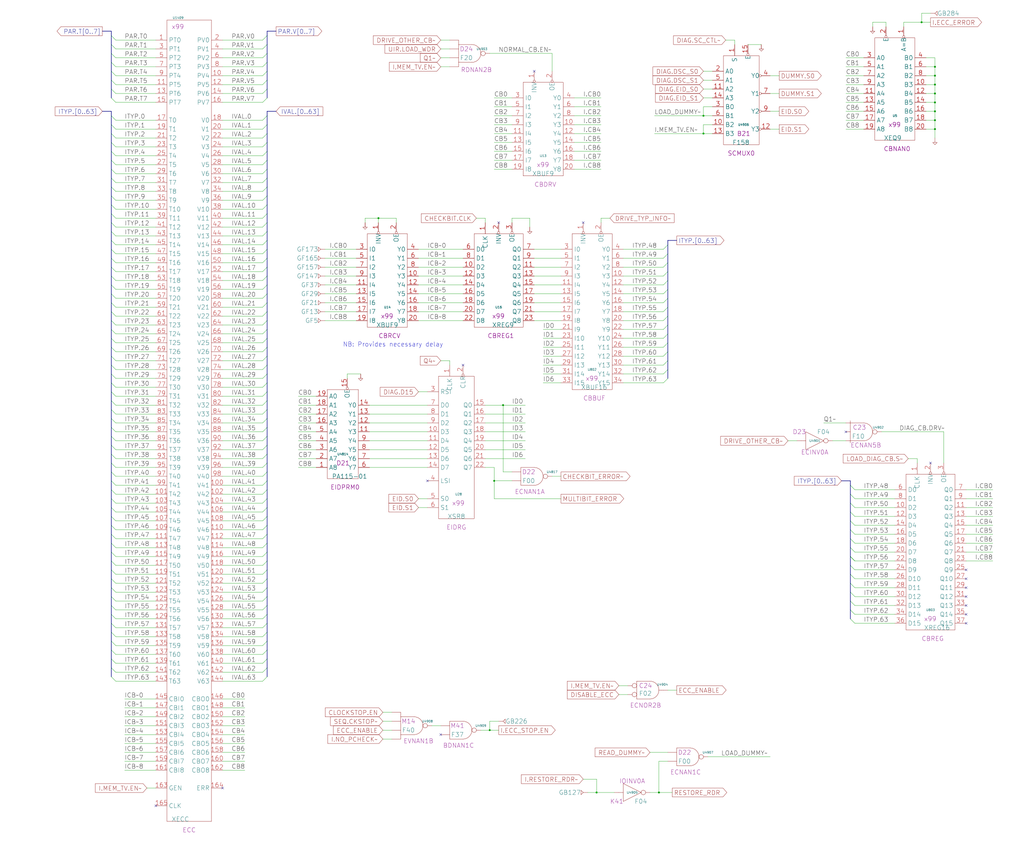
<source format=kicad_sch>
(kicad_sch (version 20230121) (generator eeschema)
  (paper "User" 584.2 482.6)
  (title_block (title "ERROR CHECKING & CORRECTION\\nERROR DETECTION") (date "22-SEP-90") (rev "2.0") (comment 1 "IOC") (comment 2 "232-003061") (comment 3 "S400") (comment 4 "RELEASED"))
  (junction (at 533.4 63.5))
  (junction (at 533.4 58.42))
  (junction (at 533.4 68.58))
  (junction (at 340.36 452.12))
  (junction (at 287.02 231.14))
  (junction (at 533.4 48.26))
  (junction (at 533.4 73.66))
  (junction (at 533.4 53.34))
  (junction (at 279.4 416.56))
  (junction (at 525.78 12.7))
  (junction (at 401.32 66.04))
  (junction (at 533.4 38.1))
  (junction (at 533.4 43.18))
  (junction (at 281.94 274.32))
  (junction (at 401.32 76.2))
  (junction (at 215.9 124.46))
  (junction (at 375.92 452.12))
  (no_connect (at 551.18 325.12))
  (no_connect (at 332.74 127))
  (no_connect (at 88.9 459.74))
  (no_connect (at 243.84 274.32))
  (no_connect (at 264.16 208.28))
  (no_connect (at 127 449.58))
  (no_connect (at 482.6 246.38))
  (no_connect (at 551.18 355.6))
  (no_connect (at 551.18 330.2))
  (no_connect (at 251.46 419.1))
  (no_connect (at 551.18 335.28))
  (no_connect (at 551.18 345.44))
  (no_connect (at 304.8 40.64))
  (no_connect (at 530.86 264.16))
  (no_connect (at 551.18 350.52))
  (no_connect (at 551.18 340.36))
  (no_connect (at 284.48 127))
  (bus_entry (at 63.5 284.48) (size 2.54 2.54))
  (bus_entry (at 63.5 254) (size 2.54 2.54))
  (bus_entry (at 63.5 162.56) (size 2.54 2.54))
  (bus_entry (at 152.4 45.72) (size -2.54 2.54))
  (bus_entry (at 152.4 30.48) (size -2.54 2.54))
  (bus_entry (at 63.5 350.52) (size 2.54 2.54))
  (bus_entry (at 63.5 81.28) (size 2.54 2.54))
  (bus_entry (at 63.5 243.84) (size 2.54 2.54))
  (bus_entry (at 152.4 238.76) (size -2.54 2.54))
  (bus_entry (at 152.4 259.08) (size -2.54 2.54))
  (bus_entry (at 63.5 167.64) (size 2.54 2.54))
  (bus_entry (at 152.4 309.88) (size -2.54 2.54))
  (bus_entry (at 485.14 302.26) (size 2.54 2.54))
  (bus_entry (at 63.5 101.6) (size 2.54 2.54))
  (bus_entry (at 63.5 289.56) (size 2.54 2.54))
  (bus_entry (at 63.5 25.4) (size 2.54 2.54))
  (bus_entry (at 485.14 347.98) (size 2.54 2.54))
  (bus_entry (at 63.5 106.68) (size 2.54 2.54))
  (bus_entry (at 152.4 152.4) (size -2.54 2.54))
  (bus_entry (at 152.4 132.08) (size -2.54 2.54))
  (bus_entry (at 152.4 381) (size -2.54 2.54))
  (bus_entry (at 381 154.94) (size -2.54 2.54))
  (bus_entry (at 152.4 208.28) (size -2.54 2.54))
  (bus_entry (at 63.5 279.4) (size 2.54 2.54))
  (bus_entry (at 63.5 365.76) (size 2.54 2.54))
  (bus_entry (at 63.5 66.04) (size 2.54 2.54))
  (bus_entry (at 152.4 299.72) (size -2.54 2.54))
  (bus_entry (at 485.14 317.5) (size 2.54 2.54))
  (bus_entry (at 381 165.1) (size -2.54 2.54))
  (bus_entry (at 485.14 322.58) (size 2.54 2.54))
  (bus_entry (at 381 180.34) (size -2.54 2.54))
  (bus_entry (at 152.4 320.04) (size -2.54 2.54))
  (bus_entry (at 485.14 307.34) (size 2.54 2.54))
  (bus_entry (at 152.4 81.28) (size -2.54 2.54))
  (bus_entry (at 63.5 360.68) (size 2.54 2.54))
  (bus_entry (at 152.4 162.56) (size -2.54 2.54))
  (bus_entry (at 152.4 294.64) (size -2.54 2.54))
  (bus_entry (at 152.4 330.2) (size -2.54 2.54))
  (bus_entry (at 152.4 106.68) (size -2.54 2.54))
  (bus_entry (at 63.5 375.92) (size 2.54 2.54))
  (bus_entry (at 63.5 218.44) (size 2.54 2.54))
  (bus_entry (at 63.5 248.92) (size 2.54 2.54))
  (bus_entry (at 152.4 167.64) (size -2.54 2.54))
  (bus_entry (at 485.14 292.1) (size 2.54 2.54))
  (bus_entry (at 381 149.86) (size -2.54 2.54))
  (bus_entry (at 152.4 111.76) (size -2.54 2.54))
  (bus_entry (at 485.14 337.82) (size 2.54 2.54))
  (bus_entry (at 152.4 213.36) (size -2.54 2.54))
  (bus_entry (at 63.5 330.2) (size 2.54 2.54))
  (bus_entry (at 63.5 142.24) (size 2.54 2.54))
  (bus_entry (at 63.5 213.36) (size 2.54 2.54))
  (bus_entry (at 63.5 76.2) (size 2.54 2.54))
  (bus_entry (at 63.5 121.92) (size 2.54 2.54))
  (bus_entry (at 381 170.18) (size -2.54 2.54))
  (bus_entry (at 63.5 335.28) (size 2.54 2.54))
  (bus_entry (at 63.5 325.12) (size 2.54 2.54))
  (bus_entry (at 63.5 71.12) (size 2.54 2.54))
  (bus_entry (at 63.5 314.96) (size 2.54 2.54))
  (bus_entry (at 152.4 86.36) (size -2.54 2.54))
  (bus_entry (at 152.4 172.72) (size -2.54 2.54))
  (bus_entry (at 63.5 116.84) (size 2.54 2.54))
  (bus_entry (at 152.4 127) (size -2.54 2.54))
  (bus_entry (at 152.4 360.68) (size -2.54 2.54))
  (bus_entry (at 152.4 177.8) (size -2.54 2.54))
  (bus_entry (at 152.4 157.48) (size -2.54 2.54))
  (bus_entry (at 63.5 355.6) (size 2.54 2.54))
  (bus_entry (at 63.5 228.6) (size 2.54 2.54))
  (bus_entry (at 152.4 335.28) (size -2.54 2.54))
  (bus_entry (at 63.5 55.88) (size 2.54 2.54))
  (bus_entry (at 152.4 182.88) (size -2.54 2.54))
  (bus_entry (at 152.4 137.16) (size -2.54 2.54))
  (bus_entry (at 152.4 223.52) (size -2.54 2.54))
  (bus_entry (at 485.14 276.86) (size 2.54 2.54))
  (bus_entry (at 152.4 340.36) (size -2.54 2.54))
  (bus_entry (at 381 190.5) (size -2.54 2.54))
  (bus_entry (at 152.4 350.52) (size -2.54 2.54))
  (bus_entry (at 152.4 91.44) (size -2.54 2.54))
  (bus_entry (at 152.4 142.24) (size -2.54 2.54))
  (bus_entry (at 63.5 264.16) (size 2.54 2.54))
  (bus_entry (at 152.4 50.8) (size -2.54 2.54))
  (bus_entry (at 152.4 243.84) (size -2.54 2.54))
  (bus_entry (at 381 215.9) (size -2.54 2.54))
  (bus_entry (at 152.4 96.52) (size -2.54 2.54))
  (bus_entry (at 63.5 208.28) (size 2.54 2.54))
  (bus_entry (at 485.14 332.74) (size 2.54 2.54))
  (bus_entry (at 152.4 375.92) (size -2.54 2.54))
  (bus_entry (at 381 160.02) (size -2.54 2.54))
  (bus_entry (at 152.4 147.32) (size -2.54 2.54))
  (bus_entry (at 63.5 157.48) (size 2.54 2.54))
  (bus_entry (at 152.4 20.32) (size -2.54 2.54))
  (bus_entry (at 63.5 172.72) (size 2.54 2.54))
  (bus_entry (at 152.4 40.64) (size -2.54 2.54))
  (bus_entry (at 152.4 233.68) (size -2.54 2.54))
  (bus_entry (at 152.4 289.56) (size -2.54 2.54))
  (bus_entry (at 63.5 198.12) (size 2.54 2.54))
  (bus_entry (at 63.5 203.2) (size 2.54 2.54))
  (bus_entry (at 63.5 223.52) (size 2.54 2.54))
  (bus_entry (at 381 195.58) (size -2.54 2.54))
  (bus_entry (at 152.4 198.12) (size -2.54 2.54))
  (bus_entry (at 485.14 342.9) (size 2.54 2.54))
  (bus_entry (at 63.5 20.32) (size 2.54 2.54))
  (bus_entry (at 381 139.7) (size -2.54 2.54))
  (bus_entry (at 152.4 370.84) (size -2.54 2.54))
  (bus_entry (at 63.5 30.48) (size 2.54 2.54))
  (bus_entry (at 152.4 248.92) (size -2.54 2.54))
  (bus_entry (at 152.4 274.32) (size -2.54 2.54))
  (bus_entry (at 63.5 86.36) (size 2.54 2.54))
  (bus_entry (at 381 200.66) (size -2.54 2.54))
  (bus_entry (at 152.4 269.24) (size -2.54 2.54))
  (bus_entry (at 63.5 182.88) (size 2.54 2.54))
  (bus_entry (at 63.5 259.08) (size 2.54 2.54))
  (bus_entry (at 63.5 35.56) (size 2.54 2.54))
  (bus_entry (at 152.4 365.76) (size -2.54 2.54))
  (bus_entry (at 152.4 304.8) (size -2.54 2.54))
  (bus_entry (at 63.5 177.8) (size 2.54 2.54))
  (bus_entry (at 152.4 279.4) (size -2.54 2.54))
  (bus_entry (at 152.4 187.96) (size -2.54 2.54))
  (bus_entry (at 381 144.78) (size -2.54 2.54))
  (bus_entry (at 152.4 314.96) (size -2.54 2.54))
  (bus_entry (at 63.5 299.72) (size 2.54 2.54))
  (bus_entry (at 152.4 386.08) (size -2.54 2.54))
  (bus_entry (at 63.5 50.8) (size 2.54 2.54))
  (bus_entry (at 152.4 284.48) (size -2.54 2.54))
  (bus_entry (at 152.4 101.6) (size -2.54 2.54))
  (bus_entry (at 152.4 71.12) (size -2.54 2.54))
  (bus_entry (at 485.14 312.42) (size 2.54 2.54))
  (bus_entry (at 63.5 152.4) (size 2.54 2.54))
  (bus_entry (at 63.5 274.32) (size 2.54 2.54))
  (bus_entry (at 63.5 132.08) (size 2.54 2.54))
  (bus_entry (at 63.5 294.64) (size 2.54 2.54))
  (bus_entry (at 63.5 193.04) (size 2.54 2.54))
  (bus_entry (at 63.5 137.16) (size 2.54 2.54))
  (bus_entry (at 381 205.74) (size -2.54 2.54))
  (bus_entry (at 63.5 320.04) (size 2.54 2.54))
  (bus_entry (at 485.14 353.06) (size 2.54 2.54))
  (bus_entry (at 152.4 25.4) (size -2.54 2.54))
  (bus_entry (at 63.5 340.36) (size 2.54 2.54))
  (bus_entry (at 63.5 40.64) (size 2.54 2.54))
  (bus_entry (at 152.4 55.88) (size -2.54 2.54))
  (bus_entry (at 152.4 254) (size -2.54 2.54))
  (bus_entry (at 63.5 233.68) (size 2.54 2.54))
  (bus_entry (at 485.14 287.02) (size 2.54 2.54))
  (bus_entry (at 63.5 238.76) (size 2.54 2.54))
  (bus_entry (at 63.5 345.44) (size 2.54 2.54))
  (bus_entry (at 63.5 304.8) (size 2.54 2.54))
  (bus_entry (at 485.14 327.66) (size 2.54 2.54))
  (bus_entry (at 152.4 264.16) (size -2.54 2.54))
  (bus_entry (at 152.4 66.04) (size -2.54 2.54))
  (bus_entry (at 152.4 193.04) (size -2.54 2.54))
  (bus_entry (at 63.5 381) (size 2.54 2.54))
  (bus_entry (at 485.14 317.5) (size 2.54 2.54))
  (bus_entry (at 152.4 35.56) (size -2.54 2.54))
  (bus_entry (at 152.4 218.44) (size -2.54 2.54))
  (bus_entry (at 485.14 297.18) (size 2.54 2.54))
  (bus_entry (at 63.5 269.24) (size 2.54 2.54))
  (bus_entry (at 381 210.82) (size -2.54 2.54))
  (bus_entry (at 63.5 187.96) (size 2.54 2.54))
  (bus_entry (at 63.5 91.44) (size 2.54 2.54))
  (bus_entry (at 152.4 345.44) (size -2.54 2.54))
  (bus_entry (at 152.4 228.6) (size -2.54 2.54))
  (bus_entry (at 152.4 76.2) (size -2.54 2.54))
  (bus_entry (at 63.5 96.52) (size 2.54 2.54))
  (bus_entry (at 63.5 127) (size 2.54 2.54))
  (bus_entry (at 485.14 281.94) (size 2.54 2.54))
  (bus_entry (at 381 175.26) (size -2.54 2.54))
  (bus_entry (at 152.4 355.6) (size -2.54 2.54))
  (bus_entry (at 63.5 370.84) (size 2.54 2.54))
  (bus_entry (at 63.5 111.76) (size 2.54 2.54))
  (bus_entry (at 152.4 325.12) (size -2.54 2.54))
  (bus_entry (at 152.4 116.84) (size -2.54 2.54))
  (bus_entry (at 152.4 121.92) (size -2.54 2.54))
  (bus_entry (at 63.5 386.08) (size 2.54 2.54))
  (bus_entry (at 63.5 309.88) (size 2.54 2.54))
  (bus_entry (at 152.4 203.2) (size -2.54 2.54))
  (bus_entry (at 381 185.42) (size -2.54 2.54))
  (bus_entry (at 63.5 147.32) (size 2.54 2.54))
  (bus_entry (at 63.5 45.72) (size 2.54 2.54))
  (wire (pts (xy 533.4 48.26) (xy 533.4 43.18)))
  (wire (pts (xy 185.42 152.4) (xy 203.2 152.4)))
  (bus (pts (xy 152.4 208.28) (xy 152.4 213.36)))
  (wire (pts (xy 304.8 162.56) (xy 320.04 162.56)))
  (wire (pts (xy 139.7 414.02) (xy 127 414.02)))
  (wire (pts (xy 238.76 172.72) (xy 264.16 172.72)))
  (wire (pts (xy 210.82 241.3) (xy 243.84 241.3)))
  (wire (pts (xy 246.38 414.02) (xy 251.46 414.02)))
  (bus (pts (xy 152.4 137.16) (xy 152.4 142.24)))
  (wire (pts (xy 533.4 68.58) (xy 533.4 63.5)))
  (bus (pts (xy 152.4 299.72) (xy 152.4 304.8)))
  (bus (pts (xy 485.14 327.66) (xy 485.14 332.74)))
  (wire (pts (xy 551.18 309.88) (xy 566.42 309.88)))
  (wire (pts (xy 149.86 160.02) (xy 127 160.02)))
  (wire (pts (xy 292.1 124.46) (xy 292.1 127)))
  (bus (pts (xy 485.14 276.86) (xy 485.14 281.94)))
  (wire (pts (xy 66.04 88.9) (xy 88.9 88.9)))
  (wire (pts (xy 66.04 276.86) (xy 88.9 276.86)))
  (wire (pts (xy 482.6 73.66) (xy 492.76 73.66)))
  (wire (pts (xy 170.18 251.46) (xy 180.34 251.46)))
  (wire (pts (xy 149.86 322.58) (xy 127 322.58)))
  (wire (pts (xy 251.46 205.74) (xy 256.54 205.74)))
  (wire (pts (xy 205.74 213.36) (xy 198.12 213.36)))
  (wire (pts (xy 71.12 414.02) (xy 88.9 414.02)))
  (wire (pts (xy 218.44 416.56) (xy 223.52 416.56)))
  (bus (pts (xy 157.48 17.78) (xy 152.4 17.78)))
  (wire (pts (xy 149.86 210.82) (xy 127 210.82)))
  (wire (pts (xy 66.04 215.9) (xy 88.9 215.9)))
  (wire (pts (xy 170.18 261.62) (xy 180.34 261.62)))
  (bus (pts (xy 152.4 335.28) (xy 152.4 340.36)))
  (bus (pts (xy 485.14 302.26) (xy 485.14 307.34)))
  (bus (pts (xy 63.5 30.48) (xy 63.5 25.4)))
  (wire (pts (xy 185.42 147.32) (xy 203.2 147.32)))
  (wire (pts (xy 281.94 55.88) (xy 292.1 55.88)))
  (wire (pts (xy 487.68 330.2) (xy 510.54 330.2)))
  (wire (pts (xy 71.12 439.42) (xy 88.9 439.42)))
  (bus (pts (xy 63.5 50.8) (xy 63.5 45.72)))
  (wire (pts (xy 515.62 12.7) (xy 515.62 15.24)))
  (wire (pts (xy 170.18 226.06) (xy 180.34 226.06)))
  (bus (pts (xy 152.4 25.4) (xy 152.4 20.32)))
  (wire (pts (xy 139.7 439.42) (xy 127 439.42)))
  (bus (pts (xy 152.4 350.52) (xy 152.4 355.6)))
  (wire (pts (xy 281.94 274.32) (xy 292.1 274.32)))
  (bus (pts (xy 152.4 157.48) (xy 152.4 162.56)))
  (wire (pts (xy 210.82 266.7) (xy 243.84 266.7)))
  (wire (pts (xy 149.86 220.98) (xy 127 220.98)))
  (wire (pts (xy 210.82 231.14) (xy 243.84 231.14)))
  (wire (pts (xy 332.74 444.5) (xy 340.36 444.5)))
  (wire (pts (xy 149.86 363.22) (xy 127 363.22)))
  (wire (pts (xy 149.86 292.1) (xy 127 292.1)))
  (bus (pts (xy 381 210.82) (xy 381 215.9)))
  (wire (pts (xy 149.86 241.3) (xy 127 241.3)))
  (wire (pts (xy 66.04 195.58) (xy 88.9 195.58)))
  (bus (pts (xy 152.4 91.44) (xy 152.4 96.52)))
  (wire (pts (xy 149.86 342.9) (xy 127 342.9)))
  (wire (pts (xy 66.04 327.66) (xy 88.9 327.66)))
  (wire (pts (xy 439.42 73.66) (xy 444.5 73.66)))
  (bus (pts (xy 485.14 307.34) (xy 485.14 312.42)))
  (bus (pts (xy 63.5 274.32) (xy 63.5 279.4)))
  (wire (pts (xy 185.42 167.64) (xy 203.2 167.64)))
  (bus (pts (xy 480.06 274.32) (xy 485.14 274.32)))
  (bus (pts (xy 152.4 314.96) (xy 152.4 320.04)))
  (bus (pts (xy 152.4 325.12) (xy 152.4 330.2)))
  (wire (pts (xy 355.6 147.32) (xy 378.46 147.32)))
  (wire (pts (xy 149.86 119.38) (xy 127 119.38)))
  (wire (pts (xy 401.32 66.04) (xy 401.32 60.96)))
  (bus (pts (xy 152.4 259.08) (xy 152.4 264.16)))
  (wire (pts (xy 551.18 294.64) (xy 566.42 294.64)))
  (wire (pts (xy 66.04 119.38) (xy 88.9 119.38)))
  (bus (pts (xy 58.42 17.78) (xy 63.5 17.78)))
  (wire (pts (xy 66.04 104.14) (xy 88.9 104.14)))
  (wire (pts (xy 381 434.34) (xy 375.92 434.34)))
  (wire (pts (xy 406.4 66.04) (xy 401.32 66.04)))
  (wire (pts (xy 149.86 134.62) (xy 127 134.62)))
  (wire (pts (xy 304.8 172.72) (xy 320.04 172.72)))
  (wire (pts (xy 149.86 231.14) (xy 127 231.14)))
  (bus (pts (xy 381 205.74) (xy 381 210.82)))
  (bus (pts (xy 152.4 187.96) (xy 152.4 193.04)))
  (wire (pts (xy 487.68 284.48) (xy 510.54 284.48)))
  (wire (pts (xy 292.1 124.46) (xy 302.26 124.46)))
  (wire (pts (xy 88.9 43.18) (xy 66.04 43.18)))
  (wire (pts (xy 551.18 320.04) (xy 566.42 320.04)))
  (wire (pts (xy 525.78 7.62) (xy 530.86 7.62)))
  (wire (pts (xy 210.82 256.54) (xy 243.84 256.54)))
  (wire (pts (xy 149.86 266.7) (xy 127 266.7)))
  (wire (pts (xy 66.04 149.86) (xy 88.9 149.86)))
  (wire (pts (xy 439.42 43.18) (xy 444.5 43.18)))
  (wire (pts (xy 149.86 236.22) (xy 127 236.22)))
  (wire (pts (xy 66.04 378.46) (xy 88.9 378.46)))
  (bus (pts (xy 152.4 381) (xy 152.4 386.08)))
  (wire (pts (xy 403.86 431.8) (xy 439.42 431.8)))
  (wire (pts (xy 256.54 205.74) (xy 256.54 208.28)))
  (wire (pts (xy 401.32 50.8) (xy 406.4 50.8)))
  (bus (pts (xy 63.5 86.36) (xy 63.5 91.44)))
  (wire (pts (xy 251.46 27.94) (xy 256.54 27.94)))
  (wire (pts (xy 304.8 177.8) (xy 320.04 177.8)))
  (wire (pts (xy 528.32 68.58) (xy 533.4 68.58)))
  (bus (pts (xy 381 170.18) (xy 381 175.26)))
  (bus (pts (xy 152.4 132.08) (xy 152.4 137.16)))
  (bus (pts (xy 152.4 370.84) (xy 152.4 375.92)))
  (wire (pts (xy 335.28 452.12) (xy 340.36 452.12)))
  (bus (pts (xy 63.5 116.84) (xy 63.5 121.92)))
  (wire (pts (xy 238.76 182.88) (xy 264.16 182.88)))
  (wire (pts (xy 66.04 154.94) (xy 88.9 154.94)))
  (wire (pts (xy 66.04 256.54) (xy 88.9 256.54)))
  (wire (pts (xy 281.94 91.44) (xy 292.1 91.44)))
  (wire (pts (xy 210.82 246.38) (xy 243.84 246.38)))
  (wire (pts (xy 281.94 266.7) (xy 281.94 274.32)))
  (bus (pts (xy 63.5 320.04) (xy 63.5 325.12)))
  (wire (pts (xy 533.4 38.1) (xy 533.4 33.02)))
  (wire (pts (xy 487.68 355.6) (xy 510.54 355.6)))
  (wire (pts (xy 515.62 12.7) (xy 525.78 12.7)))
  (wire (pts (xy 66.04 302.26) (xy 88.9 302.26)))
  (wire (pts (xy 528.32 48.26) (xy 533.4 48.26)))
  (wire (pts (xy 66.04 78.74) (xy 88.9 78.74)))
  (bus (pts (xy 63.5 340.36) (xy 63.5 345.44)))
  (bus (pts (xy 152.4 111.76) (xy 152.4 116.84)))
  (bus (pts (xy 63.5 35.56) (xy 63.5 30.48)))
  (wire (pts (xy 71.12 434.34) (xy 88.9 434.34)))
  (wire (pts (xy 327.66 66.04) (xy 342.9 66.04)))
  (wire (pts (xy 314.96 271.78) (xy 320.04 271.78)))
  (wire (pts (xy 523.24 261.62) (xy 523.24 264.16)))
  (bus (pts (xy 63.5 304.8) (xy 63.5 309.88)))
  (bus (pts (xy 63.5 71.12) (xy 63.5 76.2)))
  (wire (pts (xy 149.86 68.58) (xy 127 68.58)))
  (wire (pts (xy 66.04 144.78) (xy 88.9 144.78)))
  (wire (pts (xy 276.86 266.7) (xy 281.94 266.7)))
  (bus (pts (xy 152.4 243.84) (xy 152.4 248.92)))
  (bus (pts (xy 152.4 320.04) (xy 152.4 325.12)))
  (bus (pts (xy 152.4 40.64) (xy 152.4 35.56)))
  (wire (pts (xy 314.96 30.48) (xy 314.96 40.64)))
  (bus (pts (xy 152.4 279.4) (xy 152.4 284.48)))
  (wire (pts (xy 287.02 231.14) (xy 287.02 269.24)))
  (bus (pts (xy 63.5 137.16) (xy 63.5 142.24)))
  (wire (pts (xy 327.66 91.44) (xy 342.9 91.44)))
  (wire (pts (xy 149.86 93.98) (xy 127 93.98)))
  (wire (pts (xy 218.44 411.48) (xy 223.52 411.48)))
  (wire (pts (xy 149.86 251.46) (xy 127 251.46)))
  (bus (pts (xy 152.4 101.6) (xy 152.4 106.68)))
  (bus (pts (xy 152.4 142.24) (xy 152.4 147.32)))
  (wire (pts (xy 149.86 114.3) (xy 127 114.3)))
  (bus (pts (xy 63.5 142.24) (xy 63.5 147.32)))
  (bus (pts (xy 485.14 342.9) (xy 485.14 347.98)))
  (bus (pts (xy 381 190.5) (xy 381 195.58)))
  (bus (pts (xy 381 139.7) (xy 381 144.78)))
  (wire (pts (xy 66.04 236.22) (xy 88.9 236.22)))
  (wire (pts (xy 309.88 187.96) (xy 320.04 187.96)))
  (wire (pts (xy 66.04 261.62) (xy 88.9 261.62)))
  (wire (pts (xy 149.86 165.1) (xy 127 165.1)))
  (wire (pts (xy 281.94 66.04) (xy 292.1 66.04)))
  (wire (pts (xy 66.04 373.38) (xy 88.9 373.38)))
  (wire (pts (xy 218.44 421.64) (xy 223.52 421.64)))
  (bus (pts (xy 63.5 279.4) (xy 63.5 284.48)))
  (bus (pts (xy 63.5 381) (xy 63.5 386.08)))
  (bus (pts (xy 152.4 360.68) (xy 152.4 365.76)))
  (wire (pts (xy 66.04 307.34) (xy 88.9 307.34)))
  (wire (pts (xy 149.86 104.14) (xy 127 104.14)))
  (wire (pts (xy 149.86 200.66) (xy 127 200.66)))
  (wire (pts (xy 355.6 142.24) (xy 378.46 142.24)))
  (bus (pts (xy 63.5 25.4) (xy 63.5 20.32)))
  (wire (pts (xy 401.32 40.64) (xy 406.4 40.64)))
  (bus (pts (xy 63.5 345.44) (xy 63.5 350.52)))
  (wire (pts (xy 487.68 350.52) (xy 510.54 350.52)))
  (wire (pts (xy 139.7 403.86) (xy 127 403.86)))
  (wire (pts (xy 208.28 124.46) (xy 215.9 124.46)))
  (bus (pts (xy 63.5 203.2) (xy 63.5 208.28)))
  (wire (pts (xy 66.04 353.06) (xy 88.9 353.06)))
  (bus (pts (xy 63.5 289.56) (xy 63.5 294.64)))
  (bus (pts (xy 152.4 96.52) (xy 152.4 101.6)))
  (bus (pts (xy 63.5 238.76) (xy 63.5 243.84)))
  (bus (pts (xy 381 154.94) (xy 381 160.02)))
  (wire (pts (xy 276.86 261.62) (xy 299.72 261.62)))
  (wire (pts (xy 309.88 193.04) (xy 320.04 193.04)))
  (wire (pts (xy 304.8 167.64) (xy 320.04 167.64)))
  (wire (pts (xy 551.18 284.48) (xy 566.42 284.48)))
  (wire (pts (xy 71.12 424.18) (xy 88.9 424.18)))
  (bus (pts (xy 63.5 375.92) (xy 63.5 381)))
  (wire (pts (xy 71.12 408.94) (xy 88.9 408.94)))
  (bus (pts (xy 152.4 162.56) (xy 152.4 167.64)))
  (bus (pts (xy 381 180.34) (xy 381 185.42)))
  (wire (pts (xy 525.78 7.62) (xy 525.78 12.7)))
  (wire (pts (xy 304.8 142.24) (xy 320.04 142.24)))
  (wire (pts (xy 487.68 314.96) (xy 510.54 314.96)))
  (wire (pts (xy 170.18 256.54) (xy 180.34 256.54)))
  (bus (pts (xy 152.4 116.84) (xy 152.4 121.92)))
  (wire (pts (xy 518.16 261.62) (xy 523.24 261.62)))
  (wire (pts (xy 83.82 449.58) (xy 88.9 449.58)))
  (bus (pts (xy 63.5 76.2) (xy 63.5 81.28)))
  (wire (pts (xy 149.86 73.66) (xy 127 73.66)))
  (wire (pts (xy 210.82 236.22) (xy 243.84 236.22)))
  (wire (pts (xy 340.36 452.12) (xy 350.52 452.12)))
  (bus (pts (xy 63.5 228.6) (xy 63.5 233.68)))
  (bus (pts (xy 152.4 45.72) (xy 152.4 40.64)))
  (wire (pts (xy 66.04 231.14) (xy 88.9 231.14)))
  (bus (pts (xy 485.14 317.5) (xy 485.14 322.58)))
  (bus (pts (xy 381 185.42) (xy 381 190.5)))
  (bus (pts (xy 63.5 182.88) (xy 63.5 187.96)))
  (wire (pts (xy 66.04 383.54) (xy 88.9 383.54)))
  (bus (pts (xy 152.4 203.2) (xy 152.4 208.28)))
  (wire (pts (xy 149.86 195.58) (xy 127 195.58)))
  (bus (pts (xy 152.4 81.28) (xy 152.4 86.36)))
  (bus (pts (xy 381 165.1) (xy 381 170.18)))
  (bus (pts (xy 63.5 172.72) (xy 63.5 177.8)))
  (wire (pts (xy 533.4 43.18) (xy 533.4 38.1)))
  (wire (pts (xy 139.7 434.34) (xy 127 434.34)))
  (wire (pts (xy 482.6 48.26) (xy 492.76 48.26)))
  (wire (pts (xy 487.68 299.72) (xy 510.54 299.72)))
  (wire (pts (xy 401.32 60.96) (xy 406.4 60.96)))
  (wire (pts (xy 185.42 182.88) (xy 203.2 182.88)))
  (wire (pts (xy 528.32 53.34) (xy 533.4 53.34)))
  (bus (pts (xy 63.5 132.08) (xy 63.5 137.16)))
  (wire (pts (xy 497.84 12.7) (xy 505.46 12.7)))
  (wire (pts (xy 218.44 406.4) (xy 223.52 406.4)))
  (wire (pts (xy 528.32 43.18) (xy 533.4 43.18)))
  (wire (pts (xy 439.42 53.34) (xy 444.5 53.34)))
  (bus (pts (xy 63.5 335.28) (xy 63.5 340.36)))
  (bus (pts (xy 63.5 208.28) (xy 63.5 213.36)))
  (wire (pts (xy 149.86 287.02) (xy 127 287.02)))
  (wire (pts (xy 66.04 73.66) (xy 88.9 73.66)))
  (bus (pts (xy 63.5 325.12) (xy 63.5 330.2)))
  (wire (pts (xy 533.4 58.42) (xy 533.4 53.34)))
  (wire (pts (xy 276.86 251.46) (xy 299.72 251.46)))
  (bus (pts (xy 63.5 259.08) (xy 63.5 264.16)))
  (bus (pts (xy 485.14 332.74) (xy 485.14 337.82)))
  (wire (pts (xy 482.6 68.58) (xy 492.76 68.58)))
  (wire (pts (xy 487.68 335.28) (xy 510.54 335.28)))
  (bus (pts (xy 63.5 91.44) (xy 63.5 96.52)))
  (wire (pts (xy 327.66 71.12) (xy 342.9 71.12)))
  (wire (pts (xy 170.18 241.3) (xy 180.34 241.3)))
  (wire (pts (xy 66.04 347.98) (xy 88.9 347.98)))
  (wire (pts (xy 149.86 383.54) (xy 127 383.54)))
  (bus (pts (xy 152.4 233.68) (xy 152.4 238.76)))
  (wire (pts (xy 355.6 198.12) (xy 378.46 198.12)))
  (wire (pts (xy 149.86 185.42) (xy 127 185.42)))
  (wire (pts (xy 274.32 416.56) (xy 279.4 416.56)))
  (wire (pts (xy 482.6 58.42) (xy 492.76 58.42)))
  (wire (pts (xy 88.9 27.94) (xy 66.04 27.94)))
  (bus (pts (xy 152.4 238.76) (xy 152.4 243.84)))
  (wire (pts (xy 304.8 152.4) (xy 320.04 152.4)))
  (bus (pts (xy 381 160.02) (xy 381 165.1)))
  (wire (pts (xy 327.66 76.2) (xy 342.9 76.2)))
  (wire (pts (xy 149.86 175.26) (xy 127 175.26)))
  (bus (pts (xy 63.5 66.04) (xy 63.5 71.12)))
  (wire (pts (xy 149.86 373.38) (xy 127 373.38)))
  (wire (pts (xy 149.86 256.54) (xy 127 256.54)))
  (bus (pts (xy 63.5 177.8) (xy 63.5 182.88)))
  (wire (pts (xy 149.86 327.66) (xy 127 327.66)))
  (wire (pts (xy 66.04 165.1) (xy 88.9 165.1)))
  (wire (pts (xy 238.76 162.56) (xy 264.16 162.56)))
  (bus (pts (xy 63.5 81.28) (xy 63.5 86.36)))
  (wire (pts (xy 149.86 246.38) (xy 127 246.38)))
  (wire (pts (xy 66.04 200.66) (xy 88.9 200.66)))
  (wire (pts (xy 66.04 337.82) (xy 88.9 337.82)))
  (bus (pts (xy 63.5 243.84) (xy 63.5 248.92)))
  (wire (pts (xy 281.94 81.28) (xy 292.1 81.28)))
  (bus (pts (xy 63.5 269.24) (xy 63.5 274.32)))
  (wire (pts (xy 327.66 81.28) (xy 342.9 81.28)))
  (wire (pts (xy 551.18 314.96) (xy 566.42 314.96)))
  (wire (pts (xy 149.86 312.42) (xy 127 312.42)))
  (wire (pts (xy 149.86 358.14) (xy 127 358.14)))
  (wire (pts (xy 309.88 218.44) (xy 320.04 218.44)))
  (bus (pts (xy 386.08 137.16) (xy 381 137.16)))
  (wire (pts (xy 327.66 96.52) (xy 342.9 96.52)))
  (wire (pts (xy 238.76 142.24) (xy 264.16 142.24)))
  (wire (pts (xy 66.04 134.62) (xy 88.9 134.62)))
  (wire (pts (xy 149.86 215.9) (xy 127 215.9)))
  (bus (pts (xy 152.4 269.24) (xy 152.4 274.32)))
  (bus (pts (xy 152.4 213.36) (xy 152.4 218.44)))
  (wire (pts (xy 355.6 167.64) (xy 378.46 167.64)))
  (bus (pts (xy 152.4 340.36) (xy 152.4 345.44)))
  (wire (pts (xy 149.86 276.86) (xy 127 276.86)))
  (wire (pts (xy 149.86 144.78) (xy 127 144.78)))
  (wire (pts (xy 355.6 208.28) (xy 378.46 208.28)))
  (wire (pts (xy 66.04 180.34) (xy 88.9 180.34)))
  (bus (pts (xy 63.5 157.48) (xy 63.5 162.56)))
  (wire (pts (xy 66.04 281.94) (xy 88.9 281.94)))
  (wire (pts (xy 487.68 279.4) (xy 510.54 279.4)))
  (bus (pts (xy 152.4 330.2) (xy 152.4 335.28)))
  (bus (pts (xy 63.5 198.12) (xy 63.5 203.2)))
  (bus (pts (xy 63.5 350.52) (xy 63.5 355.6)))
  (wire (pts (xy 355.6 193.04) (xy 378.46 193.04)))
  (wire (pts (xy 149.86 388.62) (xy 127 388.62)))
  (wire (pts (xy 487.68 340.36) (xy 510.54 340.36)))
  (bus (pts (xy 152.4 71.12) (xy 152.4 76.2)))
  (wire (pts (xy 149.86 317.5) (xy 127 317.5)))
  (wire (pts (xy 419.1 25.4) (xy 419.1 22.86)))
  (wire (pts (xy 353.06 396.24) (xy 358.14 396.24)))
  (wire (pts (xy 149.86 83.82) (xy 127 83.82)))
  (bus (pts (xy 63.5 96.52) (xy 63.5 101.6)))
  (bus (pts (xy 58.42 63.5) (xy 63.5 63.5)))
  (wire (pts (xy 505.46 12.7) (xy 505.46 15.24)))
  (wire (pts (xy 66.04 175.26) (xy 88.9 175.26)))
  (bus (pts (xy 63.5 63.5) (xy 63.5 66.04)))
  (wire (pts (xy 185.42 172.72) (xy 203.2 172.72)))
  (wire (pts (xy 185.42 177.8) (xy 203.2 177.8)))
  (wire (pts (xy 309.88 198.12) (xy 320.04 198.12)))
  (wire (pts (xy 538.48 246.38) (xy 538.48 264.16)))
  (bus (pts (xy 152.4 365.76) (xy 152.4 370.84)))
  (wire (pts (xy 281.94 76.2) (xy 292.1 76.2)))
  (wire (pts (xy 353.06 391.16) (xy 358.14 391.16)))
  (wire (pts (xy 66.04 297.18) (xy 88.9 297.18)))
  (bus (pts (xy 152.4 106.68) (xy 152.4 111.76)))
  (bus (pts (xy 63.5 45.72) (xy 63.5 40.64)))
  (wire (pts (xy 469.9 241.3) (xy 482.6 241.3)))
  (bus (pts (xy 63.5 218.44) (xy 63.5 223.52)))
  (wire (pts (xy 88.9 48.26) (xy 66.04 48.26)))
  (bus (pts (xy 152.4 345.44) (xy 152.4 350.52)))
  (wire (pts (xy 304.8 182.88) (xy 320.04 182.88)))
  (wire (pts (xy 149.86 271.78) (xy 127 271.78)))
  (wire (pts (xy 71.12 419.1) (xy 88.9 419.1)))
  (wire (pts (xy 276.86 231.14) (xy 287.02 231.14)))
  (wire (pts (xy 309.88 203.2) (xy 320.04 203.2)))
  (wire (pts (xy 533.4 78.74) (xy 533.4 73.66)))
  (bus (pts (xy 63.5 294.64) (xy 63.5 299.72)))
  (wire (pts (xy 238.76 167.64) (xy 264.16 167.64)))
  (wire (pts (xy 287.02 231.14) (xy 299.72 231.14)))
  (wire (pts (xy 327.66 60.96) (xy 342.9 60.96)))
  (wire (pts (xy 66.04 342.9) (xy 88.9 342.9)))
  (wire (pts (xy 370.84 452.12) (xy 375.92 452.12)))
  (bus (pts (xy 485.14 281.94) (xy 485.14 287.02)))
  (wire (pts (xy 401.32 55.88) (xy 406.4 55.88)))
  (wire (pts (xy 185.42 142.24) (xy 203.2 142.24)))
  (wire (pts (xy 551.18 289.56) (xy 566.42 289.56)))
  (wire (pts (xy 208.28 127) (xy 208.28 124.46)))
  (bus (pts (xy 485.14 322.58) (xy 485.14 327.66)))
  (wire (pts (xy 238.76 284.48) (xy 243.84 284.48)))
  (wire (pts (xy 401.32 76.2) (xy 401.32 71.12)))
  (wire (pts (xy 170.18 266.7) (xy 180.34 266.7)))
  (bus (pts (xy 63.5 309.88) (xy 63.5 314.96)))
  (bus (pts (xy 152.4 198.12) (xy 152.4 203.2)))
  (wire (pts (xy 210.82 261.62) (xy 243.84 261.62)))
  (wire (pts (xy 381 393.7) (xy 386.08 393.7)))
  (wire (pts (xy 487.68 325.12) (xy 510.54 325.12)))
  (wire (pts (xy 149.86 261.62) (xy 127 261.62)))
  (wire (pts (xy 66.04 312.42) (xy 88.9 312.42)))
  (bus (pts (xy 63.5 284.48) (xy 63.5 289.56)))
  (wire (pts (xy 170.18 236.22) (xy 180.34 236.22)))
  (bus (pts (xy 63.5 223.52) (xy 63.5 228.6)))
  (wire (pts (xy 347.98 124.46) (xy 342.9 124.46)))
  (wire (pts (xy 66.04 205.74) (xy 88.9 205.74)))
  (wire (pts (xy 149.86 78.74) (xy 127 78.74)))
  (wire (pts (xy 66.04 139.7) (xy 88.9 139.7)))
  (wire (pts (xy 487.68 345.44) (xy 510.54 345.44)))
  (wire (pts (xy 482.6 53.34) (xy 492.76 53.34)))
  (wire (pts (xy 66.04 266.7) (xy 88.9 266.7)))
  (wire (pts (xy 276.86 256.54) (xy 299.72 256.54)))
  (wire (pts (xy 149.86 226.06) (xy 127 226.06)))
  (wire (pts (xy 210.82 251.46) (xy 243.84 251.46)))
  (wire (pts (xy 276.86 241.3) (xy 299.72 241.3)))
  (wire (pts (xy 551.18 304.8) (xy 566.42 304.8)))
  (wire (pts (xy 279.4 30.48) (xy 314.96 30.48)))
  (bus (pts (xy 152.4 17.78) (xy 152.4 20.32)))
  (bus (pts (xy 63.5 106.68) (xy 63.5 111.76)))
  (wire (pts (xy 406.4 76.2) (xy 401.32 76.2)))
  (wire (pts (xy 66.04 271.78) (xy 88.9 271.78)))
  (wire (pts (xy 533.4 33.02) (xy 528.32 33.02)))
  (wire (pts (xy 355.6 177.8) (xy 378.46 177.8)))
  (wire (pts (xy 66.04 226.06) (xy 88.9 226.06)))
  (wire (pts (xy 530.86 12.7) (xy 525.78 12.7)))
  (wire (pts (xy 88.9 58.42) (xy 66.04 58.42)))
  (bus (pts (xy 152.4 375.92) (xy 152.4 381)))
  (wire (pts (xy 66.04 388.62) (xy 88.9 388.62)))
  (wire (pts (xy 66.04 332.74) (xy 88.9 332.74)))
  (bus (pts (xy 152.4 304.8) (xy 152.4 309.88)))
  (wire (pts (xy 127 33.02) (xy 149.86 33.02)))
  (bus (pts (xy 63.5 167.64) (xy 63.5 172.72)))
  (bus (pts (xy 63.5 233.68) (xy 63.5 238.76)))
  (wire (pts (xy 528.32 73.66) (xy 533.4 73.66)))
  (wire (pts (xy 149.86 149.86) (xy 127 149.86)))
  (wire (pts (xy 238.76 147.32) (xy 264.16 147.32)))
  (wire (pts (xy 66.04 246.38) (xy 88.9 246.38)))
  (bus (pts (xy 152.4 55.88) (xy 152.4 50.8)))
  (wire (pts (xy 149.86 109.22) (xy 127 109.22)))
  (bus (pts (xy 63.5 254) (xy 63.5 259.08)))
  (bus (pts (xy 152.4 30.48) (xy 152.4 25.4)))
  (wire (pts (xy 149.86 307.34) (xy 127 307.34)))
  (wire (pts (xy 355.6 213.36) (xy 378.46 213.36)))
  (bus (pts (xy 152.4 254) (xy 152.4 259.08)))
  (bus (pts (xy 152.4 355.6) (xy 152.4 360.68)))
  (bus (pts (xy 63.5 17.78) (xy 63.5 20.32)))
  (wire (pts (xy 487.68 304.8) (xy 510.54 304.8)))
  (wire (pts (xy 66.04 190.5) (xy 88.9 190.5)))
  (bus (pts (xy 485.14 274.32) (xy 485.14 276.86)))
  (wire (pts (xy 497.84 15.24) (xy 497.84 12.7)))
  (bus (pts (xy 152.4 152.4) (xy 152.4 157.48)))
  (wire (pts (xy 251.46 22.86) (xy 256.54 22.86)))
  (wire (pts (xy 373.38 66.04) (xy 401.32 66.04)))
  (wire (pts (xy 355.6 203.2) (xy 378.46 203.2)))
  (wire (pts (xy 340.36 444.5) (xy 340.36 452.12)))
  (wire (pts (xy 281.94 96.52) (xy 292.1 96.52)))
  (wire (pts (xy 533.4 63.5) (xy 533.4 58.42)))
  (bus (pts (xy 152.4 228.6) (xy 152.4 233.68)))
  (wire (pts (xy 149.86 124.46) (xy 127 124.46)))
  (bus (pts (xy 152.4 121.92) (xy 152.4 127)))
  (bus (pts (xy 152.4 35.56) (xy 152.4 30.48)))
  (bus (pts (xy 63.5 111.76) (xy 63.5 116.84)))
  (wire (pts (xy 355.6 218.44) (xy 378.46 218.44)))
  (wire (pts (xy 551.18 279.4) (xy 566.42 279.4)))
  (wire (pts (xy 127 27.94) (xy 149.86 27.94)))
  (bus (pts (xy 152.4 223.52) (xy 152.4 228.6)))
  (wire (pts (xy 474.98 251.46) (xy 482.6 251.46)))
  (wire (pts (xy 149.86 99.06) (xy 127 99.06)))
  (bus (pts (xy 152.4 284.48) (xy 152.4 289.56)))
  (wire (pts (xy 66.04 317.5) (xy 88.9 317.5)))
  (wire (pts (xy 71.12 398.78) (xy 88.9 398.78)))
  (wire (pts (xy 355.6 152.4) (xy 378.46 152.4)))
  (wire (pts (xy 66.04 241.3) (xy 88.9 241.3)))
  (wire (pts (xy 287.02 269.24) (xy 292.1 269.24)))
  (wire (pts (xy 66.04 83.82) (xy 88.9 83.82)))
  (bus (pts (xy 152.4 193.04) (xy 152.4 198.12)))
  (wire (pts (xy 127 38.1) (xy 149.86 38.1)))
  (wire (pts (xy 66.04 368.3) (xy 88.9 368.3)))
  (wire (pts (xy 149.86 154.94) (xy 127 154.94)))
  (bus (pts (xy 152.4 177.8) (xy 152.4 182.88)))
  (wire (pts (xy 66.04 109.22) (xy 88.9 109.22)))
  (wire (pts (xy 238.76 157.48) (xy 264.16 157.48)))
  (wire (pts (xy 170.18 231.14) (xy 180.34 231.14)))
  (bus (pts (xy 63.5 121.92) (xy 63.5 127)))
  (bus (pts (xy 381 144.78) (xy 381 149.86)))
  (wire (pts (xy 449.58 251.46) (xy 454.66 251.46)))
  (wire (pts (xy 309.88 213.36) (xy 320.04 213.36)))
  (wire (pts (xy 127 53.34) (xy 149.86 53.34)))
  (bus (pts (xy 63.5 213.36) (xy 63.5 218.44)))
  (bus (pts (xy 152.4 147.32) (xy 152.4 152.4)))
  (wire (pts (xy 149.86 139.7) (xy 127 139.7)))
  (bus (pts (xy 63.5 330.2) (xy 63.5 335.28)))
  (bus (pts (xy 63.5 360.68) (xy 63.5 365.76)))
  (bus (pts (xy 152.4 248.92) (xy 152.4 254)))
  (wire (pts (xy 66.04 210.82) (xy 88.9 210.82)))
  (wire (pts (xy 238.76 223.52) (xy 243.84 223.52)))
  (bus (pts (xy 152.4 182.88) (xy 152.4 187.96)))
  (wire (pts (xy 127 48.26) (xy 149.86 48.26)))
  (wire (pts (xy 528.32 38.1) (xy 533.4 38.1)))
  (wire (pts (xy 375.92 452.12) (xy 383.54 452.12)))
  (wire (pts (xy 251.46 33.02) (xy 256.54 33.02)))
  (wire (pts (xy 149.86 190.5) (xy 127 190.5)))
  (wire (pts (xy 355.6 162.56) (xy 378.46 162.56)))
  (bus (pts (xy 152.4 167.64) (xy 152.4 172.72)))
  (wire (pts (xy 149.86 281.94) (xy 127 281.94)))
  (wire (pts (xy 66.04 93.98) (xy 88.9 93.98)))
  (wire (pts (xy 482.6 63.5) (xy 492.76 63.5)))
  (wire (pts (xy 551.18 299.72) (xy 566.42 299.72)))
  (bus (pts (xy 152.4 86.36) (xy 152.4 91.44)))
  (bus (pts (xy 381 175.26) (xy 381 180.34)))
  (wire (pts (xy 88.9 53.34) (xy 66.04 53.34)))
  (wire (pts (xy 370.84 429.26) (xy 381 429.26)))
  (wire (pts (xy 66.04 68.58) (xy 88.9 68.58)))
  (wire (pts (xy 66.04 251.46) (xy 88.9 251.46)))
  (wire (pts (xy 88.9 22.86) (xy 66.04 22.86)))
  (wire (pts (xy 401.32 71.12) (xy 406.4 71.12)))
  (bus (pts (xy 63.5 299.72) (xy 63.5 304.8)))
  (bus (pts (xy 485.14 337.82) (xy 485.14 342.9)))
  (wire (pts (xy 215.9 124.46) (xy 215.9 127)))
  (bus (pts (xy 63.5 187.96) (xy 63.5 193.04)))
  (wire (pts (xy 139.7 408.94) (xy 127 408.94)))
  (wire (pts (xy 149.86 170.18) (xy 127 170.18)))
  (bus (pts (xy 63.5 50.8) (xy 63.5 55.88)))
  (wire (pts (xy 426.72 25.4) (xy 434.34 25.4)))
  (wire (pts (xy 502.92 246.38) (xy 538.48 246.38)))
  (wire (pts (xy 373.38 76.2) (xy 401.32 76.2)))
  (bus (pts (xy 63.5 193.04) (xy 63.5 198.12)))
  (wire (pts (xy 355.6 172.72) (xy 378.46 172.72)))
  (bus (pts (xy 63.5 248.92) (xy 63.5 254)))
  (bus (pts (xy 152.4 172.72) (xy 152.4 177.8)))
  (bus (pts (xy 63.5 314.96) (xy 63.5 320.04)))
  (bus (pts (xy 485.14 287.02) (xy 485.14 292.1)))
  (wire (pts (xy 281.94 71.12) (xy 292.1 71.12)))
  (wire (pts (xy 533.4 53.34) (xy 533.4 48.26)))
  (wire (pts (xy 487.68 320.04) (xy 510.54 320.04)))
  (bus (pts (xy 63.5 264.16) (xy 63.5 269.24)))
  (wire (pts (xy 419.1 22.86) (xy 414.02 22.86)))
  (wire (pts (xy 238.76 152.4) (xy 264.16 152.4)))
  (wire (pts (xy 279.4 411.48) (xy 279.4 416.56)))
  (wire (pts (xy 66.04 114.3) (xy 88.9 114.3)))
  (wire (pts (xy 149.86 378.46) (xy 127 378.46)))
  (wire (pts (xy 487.68 309.88) (xy 510.54 309.88)))
  (wire (pts (xy 533.4 73.66) (xy 533.4 68.58)))
  (bus (pts (xy 63.5 40.64) (xy 63.5 35.56)))
  (bus (pts (xy 63.5 147.32) (xy 63.5 152.4)))
  (bus (pts (xy 63.5 355.6) (xy 63.5 360.68)))
  (wire (pts (xy 66.04 292.1) (xy 88.9 292.1)))
  (wire (pts (xy 66.04 287.02) (xy 88.9 287.02)))
  (bus (pts (xy 63.5 365.76) (xy 63.5 370.84)))
  (wire (pts (xy 66.04 160.02) (xy 88.9 160.02)))
  (wire (pts (xy 88.9 33.02) (xy 66.04 33.02)))
  (bus (pts (xy 485.14 297.18) (xy 485.14 302.26)))
  (wire (pts (xy 66.04 322.58) (xy 88.9 322.58)))
  (wire (pts (xy 309.88 208.28) (xy 320.04 208.28)))
  (bus (pts (xy 485.14 292.1) (xy 485.14 297.18)))
  (bus (pts (xy 152.4 50.8) (xy 152.4 45.72)))
  (wire (pts (xy 149.86 88.9) (xy 127 88.9)))
  (bus (pts (xy 381 137.16) (xy 381 139.7)))
  (wire (pts (xy 139.7 424.18) (xy 127 424.18)))
  (wire (pts (xy 355.6 157.48) (xy 378.46 157.48)))
  (wire (pts (xy 139.7 398.78) (xy 127 398.78)))
  (wire (pts (xy 66.04 358.14) (xy 88.9 358.14)))
  (wire (pts (xy 439.42 63.5) (xy 444.5 63.5)))
  (wire (pts (xy 355.6 187.96) (xy 378.46 187.96)))
  (wire (pts (xy 127 58.42) (xy 149.86 58.42)))
  (wire (pts (xy 149.86 347.98) (xy 127 347.98)))
  (bus (pts (xy 63.5 127) (xy 63.5 132.08)))
  (wire (pts (xy 276.86 124.46) (xy 276.86 127)))
  (wire (pts (xy 149.86 205.74) (xy 127 205.74)))
  (wire (pts (xy 304.8 147.32) (xy 320.04 147.32)))
  (bus (pts (xy 157.48 63.5) (xy 152.4 63.5)))
  (wire (pts (xy 215.9 124.46) (xy 226.06 124.46)))
  (wire (pts (xy 66.04 99.06) (xy 88.9 99.06)))
  (bus (pts (xy 63.5 162.56) (xy 63.5 167.64)))
  (wire (pts (xy 66.04 129.54) (xy 88.9 129.54)))
  (bus (pts (xy 152.4 264.16) (xy 152.4 269.24)))
  (wire (pts (xy 149.86 297.18) (xy 127 297.18)))
  (wire (pts (xy 487.68 294.64) (xy 510.54 294.64)))
  (wire (pts (xy 276.86 246.38) (xy 299.72 246.38)))
  (wire (pts (xy 226.06 124.46) (xy 226.06 127)))
  (bus (pts (xy 63.5 101.6) (xy 63.5 106.68)))
  (wire (pts (xy 149.86 332.74) (xy 127 332.74)))
  (wire (pts (xy 66.04 124.46) (xy 88.9 124.46)))
  (bus (pts (xy 152.4 289.56) (xy 152.4 294.64)))
  (wire (pts (xy 342.9 124.46) (xy 342.9 127)))
  (wire (pts (xy 170.18 246.38) (xy 180.34 246.38)))
  (wire (pts (xy 149.86 180.34) (xy 127 180.34)))
  (wire (pts (xy 284.48 416.56) (xy 279.4 416.56)))
  (wire (pts (xy 320.04 284.48) (xy 281.94 284.48)))
  (wire (pts (xy 281.94 86.36) (xy 292.1 86.36)))
  (wire (pts (xy 185.42 157.48) (xy 203.2 157.48)))
  (wire (pts (xy 88.9 38.1) (xy 66.04 38.1)))
  (bus (pts (xy 152.4 63.5) (xy 152.4 66.04)))
  (wire (pts (xy 482.6 43.18) (xy 492.76 43.18)))
  (wire (pts (xy 271.78 124.46) (xy 276.86 124.46)))
  (wire (pts (xy 276.86 236.22) (xy 299.72 236.22)))
  (bus (pts (xy 152.4 274.32) (xy 152.4 279.4)))
  (wire (pts (xy 304.8 157.48) (xy 320.04 157.48)))
  (bus (pts (xy 152.4 66.04) (xy 152.4 71.12)))
  (bus (pts (xy 152.4 294.64) (xy 152.4 299.72)))
  (wire (pts (xy 139.7 419.1) (xy 127 419.1)))
  (wire (pts (xy 355.6 182.88) (xy 378.46 182.88)))
  (bus (pts (xy 152.4 309.88) (xy 152.4 314.96)))
  (wire (pts (xy 149.86 368.3) (xy 127 368.3)))
  (wire (pts (xy 482.6 38.1) (xy 492.76 38.1)))
  (bus (pts (xy 63.5 152.4) (xy 63.5 157.48)))
  (wire (pts (xy 66.04 170.18) (xy 88.9 170.18)))
  (wire (pts (xy 139.7 429.26) (xy 127 429.26)))
  (wire (pts (xy 71.12 403.86) (xy 88.9 403.86)))
  (wire (pts (xy 487.68 289.56) (xy 510.54 289.56)))
  (wire (pts (xy 482.6 33.02) (xy 492.76 33.02)))
  (wire (pts (xy 327.66 55.88) (xy 342.9 55.88)))
  (bus (pts (xy 381 195.58) (xy 381 200.66)))
  (wire (pts (xy 127 43.18) (xy 149.86 43.18)))
  (wire (pts (xy 238.76 177.8) (xy 264.16 177.8)))
  (wire (pts (xy 238.76 289.56) (xy 243.84 289.56)))
  (wire (pts (xy 528.32 63.5) (xy 533.4 63.5)))
  (bus (pts (xy 381 200.66) (xy 381 205.74)))
  (wire (pts (xy 281.94 60.96) (xy 292.1 60.96)))
  (bus (pts (xy 485.14 312.42) (xy 485.14 317.5)))
  (wire (pts (xy 302.26 129.54) (xy 302.26 124.46)))
  (wire (pts (xy 198.12 213.36) (xy 198.12 215.9)))
  (wire (pts (xy 149.86 302.26) (xy 127 302.26)))
  (bus (pts (xy 63.5 370.84) (xy 63.5 375.92)))
  (wire (pts (xy 149.86 353.06) (xy 127 353.06)))
  (wire (pts (xy 66.04 363.22) (xy 88.9 363.22)))
  (wire (pts (xy 66.04 220.98) (xy 88.9 220.98)))
  (wire (pts (xy 281.94 274.32) (xy 281.94 284.48)))
  (wire (pts (xy 401.32 45.72) (xy 406.4 45.72)))
  (wire (pts (xy 279.4 411.48) (xy 284.48 411.48)))
  (wire (pts (xy 251.46 38.1) (xy 256.54 38.1)))
  (wire (pts (xy 127 22.86) (xy 149.86 22.86)))
  (bus (pts (xy 152.4 76.2) (xy 152.4 81.28)))
  (wire (pts (xy 375.92 434.34) (xy 375.92 452.12)))
  (bus (pts (xy 485.14 347.98) (xy 485.14 353.06)))
  (wire (pts (xy 149.86 129.54) (xy 127 129.54)))
  (bus (pts (xy 152.4 218.44) (xy 152.4 223.52)))
  (wire (pts (xy 327.66 86.36) (xy 342.9 86.36)))
  (bus (pts (xy 381 149.86) (xy 381 154.94)))
  (wire (pts (xy 528.32 58.42) (xy 533.4 58.42)))
  (wire (pts (xy 71.12 429.26) (xy 88.9 429.26)))
  (wire (pts (xy 149.86 337.82) (xy 127 337.82)))
  (wire (pts (xy 66.04 185.42) (xy 88.9 185.42)))
  (wire (pts (xy 185.42 162.56) (xy 203.2 162.56)))
  (bus (pts (xy 152.4 127) (xy 152.4 132.08)))
  (text "NB: Provides necessary delay" (at 195.58 198.12 0) (effects (font (size 2.54 2.54)) (justify left bottom)))
  (label "IVAL.50" (at 132.08 322.58 0) (effects (font (size 2.54 2.54))))
  (label "I.CB2" (at 187.96 152.4 0) (effects (font (size 2.54 2.54))))
  (label "ID3" (at 292.1 246.38 0) (effects (font (size 2.54 2.54))))
  (label "ITYP.21" (at 71.12 175.26 0) (effects (font (size 2.54 2.54))))
  (label "IVAL.41" (at 132.08 276.86 0) (effects (font (size 2.54 2.54))))
  (label "ITYP.29" (at 71.12 215.9 0) (effects (font (size 2.54 2.54))))
  (label "ITYP.41" (at 71.12 276.86 0) (effects (font (size 2.54 2.54))))
  (label "ID0" (at 309.88 187.96 0) (effects (font (size 2.54 2.54))))
  (label "ITYP.35" (at 71.12 246.38 0) (effects (font (size 2.54 2.54))))
  (label "PAR.V5" (at 132.08 48.26 0) (effects (font (size 2.54 2.54))))
  (label "Q1~" (at 469.9 241.3 0) (effects (font (size 2.54 2.54))))
  (label "CB3" (at 170.18 241.3 0) (effects (font (size 2.54 2.54))))
  (label "ITYP.7" (at 71.12 104.14 0) (effects (font (size 2.54 2.54))))
  (label "ID1" (at 309.88 193.04 0) (effects (font (size 2.54 2.54))))
  (label "ICB~1" (at 71.12 403.86 0) (effects (font (size 2.54 2.54))))
  (label "ID5" (at 309.88 213.36 0) (effects (font (size 2.54 2.54))))
  (label "ITYP.62" (at 492.76 350.52 0) (effects (font (size 2.54 2.54))))
  (label "ITYP.53" (at 492.76 304.8 0) (effects (font (size 2.54 2.54))))
  (label "ITYP.34" (at 71.12 241.3 0) (effects (font (size 2.54 2.54))))
  (label "IVAL.40" (at 132.08 271.78 0) (effects (font (size 2.54 2.54))))
  (label "ID2" (at 309.88 198.12 0) (effects (font (size 2.54 2.54))))
  (label "PAR.T1" (at 71.12 27.94 0) (effects (font (size 2.54 2.54))))
  (label "CB7" (at 132.08 434.34 0) (effects (font (size 2.54 2.54))))
  (label "ID6" (at 292.1 261.62 0) (effects (font (size 2.54 2.54))))
  (label "ICB~3" (at 243.84 157.48 0) (effects (font (size 2.54 2.54))))
  (label "IVAL.27" (at 132.08 205.74 0) (effects (font (size 2.54 2.54))))
  (label "I.CB1" (at 187.96 147.32 0) (effects (font (size 2.54 2.54))))
  (label "ITYP.56" (at 71.12 353.06 0) (effects (font (size 2.54 2.54))))
  (label "ITYP.18" (at 71.12 160.02 0) (effects (font (size 2.54 2.54))))
  (label "ITYP.55" (at 492.76 314.96 0) (effects (font (size 2.54 2.54))))
  (label "IVAL.57" (at 132.08 358.14 0) (effects (font (size 2.54 2.54))))
  (label "CB8" (at 482.6 73.66 0) (effects (font (size 2.54 2.54))))
  (label "ITYP.62" (at 71.12 383.54 0) (effects (font (size 2.54 2.54))))
  (label "IVAL.45" (at 132.08 297.18 0) (effects (font (size 2.54 2.54))))
  (label "IVAL.15" (at 132.08 144.78 0) (effects (font (size 2.54 2.54))))
  (label "IVAL.34" (at 132.08 241.3 0) (effects (font (size 2.54 2.54))))
  (label "ITYP.38" (at 71.12 261.62 0) (effects (font (size 2.54 2.54))))
  (label "ICB~7" (at 71.12 434.34 0) (effects (font (size 2.54 2.54))))
  (label "ITYP.15" (at 71.12 144.78 0) (effects (font (size 2.54 2.54))))
  (label "ITYP.43" (at 71.12 287.02 0) (effects (font (size 2.54 2.54))))
  (label "I.CB5" (at 332.74 81.28 0) (effects (font (size 2.54 2.54))))
  (label "ITYP.51" (at 360.68 157.48 0) (effects (font (size 2.54 2.54))))
  (label "IVAL.47" (at 132.08 307.34 0) (effects (font (size 2.54 2.54))))
  (label "IVAL.4" (at 132.08 88.9 0) (effects (font (size 2.54 2.54))))
  (label "ITYP.13" (at 71.12 134.62 0) (effects (font (size 2.54 2.54))))
  (label "ITYP.27" (at 71.12 205.74 0) (effects (font (size 2.54 2.54))))
  (label "ICB~4" (at 71.12 419.1 0) (effects (font (size 2.54 2.54))))
  (label "IVAL.51" (at 132.08 327.66 0) (effects (font (size 2.54 2.54))))
  (label "IVAL.58" (at 132.08 363.22 0) (effects (font (size 2.54 2.54))))
  (label "CB3" (at 482.6 48.26 0) (effects (font (size 2.54 2.54))))
  (label "I.CB4" (at 187.96 162.56 0) (effects (font (size 2.54 2.54))))
  (label "IVAL.37" (at 132.08 256.54 0) (effects (font (size 2.54 2.54))))
  (label "IVAL.59" (at 132.08 368.3 0) (effects (font (size 2.54 2.54))))
  (label "CB4" (at 170.18 246.38 0) (effects (font (size 2.54 2.54))))
  (label "I.CB7" (at 556.26 314.96 0) (effects (font (size 2.54 2.54))))
  (label "PAR.V7" (at 132.08 58.42 0) (effects (font (size 2.54 2.54))))
  (label "ITYP.42" (at 71.12 281.94 0) (effects (font (size 2.54 2.54))))
  (label "I.CB0" (at 332.74 55.88 0) (effects (font (size 2.54 2.54))))
  (label "CB2" (at 281.94 66.04 0) (effects (font (size 2.54 2.54))))
  (label "IVAL.28" (at 132.08 210.82 0) (effects (font (size 2.54 2.54))))
  (label "ITYP.49" (at 71.12 317.5 0) (effects (font (size 2.54 2.54))))
  (label "PAR.T4" (at 71.12 43.18 0) (effects (font (size 2.54 2.54))))
  (label "ICB~5" (at 243.84 167.64 0) (effects (font (size 2.54 2.54))))
  (label "ITYP.20" (at 71.12 170.18 0) (effects (font (size 2.54 2.54))))
  (label "ICB~6" (at 71.12 429.26 0) (effects (font (size 2.54 2.54))))
  (label "ITYP.16" (at 71.12 149.86 0) (effects (font (size 2.54 2.54))))
  (label "CB6" (at 281.94 86.36 0) (effects (font (size 2.54 2.54))))
  (label "ITYP.11" (at 71.12 124.46 0) (effects (font (size 2.54 2.54))))
  (label "IVAL.35" (at 132.08 246.38 0) (effects (font (size 2.54 2.54))))
  (label "ITYP.56" (at 360.68 182.88 0) (effects (font (size 2.54 2.54))))
  (label "CB0" (at 281.94 55.88 0) (effects (font (size 2.54 2.54))))
  (label "ITYP.37" (at 71.12 256.54 0) (effects (font (size 2.54 2.54))))
  (label "I.CB8" (at 332.74 96.52 0) (effects (font (size 2.54 2.54))))
  (label "ITYP.51" (at 492.76 294.64 0) (effects (font (size 2.54 2.54))))
  (label "ITYP.9" (at 71.12 114.3 0) (effects (font (size 2.54 2.54))))
  (label "I.CB3" (at 332.74 71.12 0) (effects (font (size 2.54 2.54))))
  (label "IVAL.43" (at 132.08 287.02 0) (effects (font (size 2.54 2.54))))
  (label "ID3" (at 309.88 203.2 0) (effects (font (size 2.54 2.54))))
  (label "ICB~5" (at 71.12 424.18 0) (effects (font (size 2.54 2.54))))
  (label "IVAL.17" (at 132.08 154.94 0) (effects (font (size 2.54 2.54))))
  (label "ITYP.58" (at 360.68 193.04 0) (effects (font (size 2.54 2.54))))
  (label "PAR.T5" (at 71.12 48.26 0) (effects (font (size 2.54 2.54))))
  (label "IVAL.39" (at 132.08 266.7 0) (effects (font (size 2.54 2.54))))
  (label "ITYP.54" (at 360.68 172.72 0) (effects (font (size 2.54 2.54))))
  (label "ITYP.19" (at 71.12 165.1 0) (effects (font (size 2.54 2.54))))
  (label "IVAL.53" (at 132.08 337.82 0) (effects (font (size 2.54 2.54))))
  (label "ITYP.54" (at 71.12 342.9 0) (effects (font (size 2.54 2.54))))
  (label "ITYP.40" (at 71.12 271.78 0) (effects (font (size 2.54 2.54))))
  (label "ITYP.45" (at 71.12 297.18 0) (effects (font (size 2.54 2.54))))
  (label "ITYP.54" (at 492.76 309.88 0) (effects (font (size 2.54 2.54))))
  (label "LOAD_DUMMY~" (at 411.48 431.8 0) (effects (font (size 2.54 2.54))))
  (label "ITYP.57" (at 492.76 325.12 0) (effects (font (size 2.54 2.54))))
  (label "CB1" (at 281.94 60.96 0) (effects (font (size 2.54 2.54))))
  (label "IVAL.11" (at 132.08 124.46 0) (effects (font (size 2.54 2.54))))
  (label "CB6" (at 170.18 256.54 0) (effects (font (size 2.54 2.54))))
  (label "IVAL.23" (at 132.08 185.42 0) (effects (font (size 2.54 2.54))))
  (label "IVAL.31" (at 132.08 226.06 0) (effects (font (size 2.54 2.54))))
  (label "CB3" (at 281.94 71.12 0) (effects (font (size 2.54 2.54))))
  (label "ID4" (at 292.1 251.46 0) (effects (font (size 2.54 2.54))))
  (label "PAR.V1" (at 132.08 27.94 0) (effects (font (size 2.54 2.54))))
  (label "IVAL.7" (at 132.08 104.14 0) (effects (font (size 2.54 2.54))))
  (label "IVAL.26" (at 132.08 200.66 0) (effects (font (size 2.54 2.54))))
  (label "CB1" (at 170.18 231.14 0) (effects (font (size 2.54 2.54))))
  (label "IVAL.30" (at 132.08 220.98 0) (effects (font (size 2.54 2.54))))
  (label "I.CB5" (at 556.26 304.8 0) (effects (font (size 2.54 2.54))))
  (label "CB4" (at 132.08 419.1 0) (effects (font (size 2.54 2.54))))
  (label "ITYP.47" (at 71.12 307.34 0) (effects (font (size 2.54 2.54))))
  (label "CB7" (at 170.18 261.62 0) (effects (font (size 2.54 2.54))))
  (label "IVAL.61" (at 132.08 378.46 0) (effects (font (size 2.54 2.54))))
  (label "ITYP.53" (at 71.12 337.82 0) (effects (font (size 2.54 2.54))))
  (label "I.CB8" (at 556.26 320.04 0) (effects (font (size 2.54 2.54))))
  (label "ITYP.63" (at 492.76 355.6 0) (effects (font (size 2.54 2.54))))
  (label "ID6" (at 309.88 218.44 0) (effects (font (size 2.54 2.54))))
  (label "LOAD_DUMMY~" (at 373.38 66.04 0) (effects (font (size 2.54 2.54))))
  (label "I.CB2" (at 332.74 66.04 0) (effects (font (size 2.54 2.54))))
  (label "IVAL.2" (at 132.08 78.74 0) (effects (font (size 2.54 2.54))))
  (label "ITYP.51" (at 71.12 327.66 0) (effects (font (size 2.54 2.54))))
  (label "ITYP.55" (at 360.68 177.8 0) (effects (font (size 2.54 2.54))))
  (label "ITYP.57" (at 71.12 358.14 0) (effects (font (size 2.54 2.54))))
  (label "IVAL.49" (at 132.08 317.5 0) (effects (font (size 2.54 2.54))))
  (label "I.CB3" (at 187.96 157.48 0) (effects (font (size 2.54 2.54))))
  (label "I.CB0" (at 187.96 142.24 0) (effects (font (size 2.54 2.54))))
  (label "IVAL.25" (at 132.08 195.58 0) (effects (font (size 2.54 2.54))))
  (label "CB8" (at 281.94 96.52 0) (effects (font (size 2.54 2.54))))
  (label "ITYP.56" (at 492.76 320.04 0) (effects (font (size 2.54 2.54))))
  (label "IVAL.5" (at 132.08 93.98 0) (effects (font (size 2.54 2.54))))
  (label "I.CB6" (at 187.96 172.72 0) (effects (font (size 2.54 2.54))))
  (label "CB5" (at 132.08 424.18 0) (effects (font (size 2.54 2.54))))
  (label "NORMAL_CB.EN~" (at 284.48 30.48 0) (effects (font (size 2.54 2.54))))
  (label "ID1" (at 292.1 236.22 0) (effects (font (size 2.54 2.54))))
  (label "ITYP.59" (at 360.68 198.12 0) (effects (font (size 2.54 2.54))))
  (label "ITYP.10" (at 71.12 119.38 0) (effects (font (size 2.54 2.54))))
  (label "IVAL.38" (at 132.08 261.62 0) (effects (font (size 2.54 2.54))))
  (label "CB0" (at 482.6 33.02 0) (effects (font (size 2.54 2.54))))
  (label "ITYP.2" (at 71.12 78.74 0) (effects (font (size 2.54 2.54))))
  (label "ICB~2" (at 243.84 152.4 0) (effects (font (size 2.54 2.54))))
  (label "ITYP.52" (at 492.76 299.72 0) (effects (font (size 2.54 2.54))))
  (label "ITYP.17" (at 71.12 154.94 0) (effects (font (size 2.54 2.54))))
  (label "IVAL.32" (at 132.08 231.14 0) (effects (font (size 2.54 2.54))))
  (label "I.CB8" (at 187.96 182.88 0) (effects (font (size 2.54 2.54))))
  (label "ITYP.3" (at 71.12 83.82 0) (effects (font (size 2.54 2.54))))
  (label "ITYP.25" (at 71.12 195.58 0) (effects (font (size 2.54 2.54))))
  (label "ITYP.48" (at 360.68 142.24 0) (effects (font (size 2.54 2.54))))
  (label "CB6" (at 482.6 63.5 0) (effects (font (size 2.54 2.54))))
  (label "ITYP.46" (at 71.12 302.26 0) (effects (font (size 2.54 2.54))))
  (label "ITYP.58" (at 71.12 363.22 0) (effects (font (size 2.54 2.54))))
  (label "I.CB4" (at 332.74 76.2 0) (effects (font (size 2.54 2.54))))
  (label "ITYP.50" (at 71.12 322.58 0) (effects (font (size 2.54 2.54))))
  (label "IVAL.19" (at 132.08 165.1 0) (effects (font (size 2.54 2.54))))
  (label "ITYP.1" (at 71.12 73.66 0) (effects (font (size 2.54 2.54))))
  (label "ICB~4" (at 243.84 162.56 0) (effects (font (size 2.54 2.54))))
  (label "ITYP.63" (at 71.12 388.62 0) (effects (font (size 2.54 2.54))))
  (label "IVAL.44" (at 132.08 292.1 0) (effects (font (size 2.54 2.54))))
  (label "I.CB1" (at 332.74 60.96 0) (effects (font (size 2.54 2.54))))
  (label "I.CB7" (at 332.74 91.44 0) (effects (font (size 2.54 2.54))))
  (label "ICB~0" (at 71.12 398.78 0) (effects (font (size 2.54 2.54))))
  (label "ITYP.23" (at 71.12 185.42 0) (effects (font (size 2.54 2.54))))
  (label "ID4" (at 309.88 208.28 0) (effects (font (size 2.54 2.54))))
  (label "IVAL.54" (at 132.08 342.9 0) (effects (font (size 2.54 2.54))))
  (label "ITYP.63" (at 360.68 218.44 0) (effects (font (size 2.54 2.54))))
  (label "IVAL.14" (at 132.08 139.7 0) (effects (font (size 2.54 2.54))))
  (label "ITYP.57" (at 360.68 187.96 0) (effects (font (size 2.54 2.54))))
  (label "IVAL.56" (at 132.08 353.06 0) (effects (font (size 2.54 2.54))))
  (label "IVAL.42" (at 132.08 281.94 0) (effects (font (size 2.54 2.54))))
  (label "ITYP.62" (at 360.68 213.36 0) (effects (font (size 2.54 2.54))))
  (label "IVAL.20" (at 132.08 170.18 0) (effects (font (size 2.54 2.54))))
  (label "ID5" (at 292.1 256.54 0) (effects (font (size 2.54 2.54))))
  (label "I.CB6" (at 556.26 309.88 0) (effects (font (size 2.54 2.54))))
  (label "I.CB4" (at 556.26 299.72 0) (effects (font (size 2.54 2.54))))
  (label "ICB~1" (at 243.84 147.32 0) (effects (font (size 2.54 2.54))))
  (label "ITYP.39" (at 71.12 266.7 0) (effects (font (size 2.54 2.54))))
  (label "CB0" (at 170.18 226.06 0) (effects (font (size 2.54 2.54))))
  (label "ICB~7" (at 243.84 177.8 0) (effects (font (size 2.54 2.54))))
  (label "ITYP.61" (at 360.68 208.28 0) (effects (font (size 2.54 2.54))))
  (label "ITYP.31" (at 71.12 226.06 0) (effects (font (size 2.54 2.54))))
  (label "ITYP.52" (at 71.12 332.74 0) (effects (font (size 2.54 2.54))))
  (label "ITYP.8" (at 71.12 109.22 0) (effects (font (size 2.54 2.54))))
  (label "IVAL.10" (at 132.08 119.38 0) (effects (font (size 2.54 2.54))))
  (label "PAR.V4" (at 132.08 43.18 0) (effects (font (size 2.54 2.54))))
  (label "IVAL.16" (at 132.08 149.86 0) (effects (font (size 2.54 2.54))))
  (label "ITYP.60" (at 492.76 340.36 0) (effects (font (size 2.54 2.54))))
  (label "IVAL.22" (at 132.08 180.34 0) (effects (font (size 2.54 2.54))))
  (label "I.CB5" (at 187.96 167.64 0) (effects (font (size 2.54 2.54))))
  (label "PAR.T3" (at 71.12 38.1 0) (effects (font (size 2.54 2.54))))
  (label "IVAL.3" (at 132.08 83.82 0) (effects (font (size 2.54 2.54))))
  (label "ITYP.50" (at 360.68 152.4 0) (effects (font (size 2.54 2.54))))
  (label "ICB~8" (at 243.84 182.88 0) (effects (font (size 2.54 2.54))))
  (label "I.MEM_TV.EN~" (at 373.38 76.2 0) (effects (font (size 2.54 2.54))))
  (label "IVAL.46" (at 132.08 302.26 0) (effects (font (size 2.54 2.54))))
  (label "IVAL.12" (at 132.08 129.54 0) (effects (font (size 2.54 2.54))))
  (label "DIAG_CB.DRV~" (at 513.08 246.38 0) (effects (font (size 2.54 2.54))))
  (label "ITYP.28" (at 71.12 210.82 0) (effects (font (size 2.54 2.54))))
  (label "IVAL.62" (at 132.08 383.54 0) (effects (font (size 2.54 2.54))))
  (label "ITYP.48" (at 71.12 312.42 0) (effects (font (size 2.54 2.54))))
  (label "CB8" (at 170.18 266.7 0) (effects (font (size 2.54 2.54))))
  (label "I.CB0" (at 556.26 279.4 0) (effects (font (size 2.54 2.54))))
  (label "ITYP.53" (at 360.68 167.64 0) (effects (font (size 2.54 2.54))))
  (label "CB4" (at 482.6 53.34 0) (effects (font (size 2.54 2.54))))
  (label "PAR.T6" (at 71.12 53.34 0) (effects (font (size 2.54 2.54))))
  (label "I.CB2" (at 556.26 289.56 0) (effects (font (size 2.54 2.54))))
  (label "IVAL.1" (at 132.08 73.66 0) (effects (font (size 2.54 2.54))))
  (label "CB5" (at 281.94 81.28 0) (effects (font (size 2.54 2.54))))
  (label "IVAL.29" (at 132.08 215.9 0) (effects (font (size 2.54 2.54))))
  (label "ITYP.22" (at 71.12 180.34 0) (effects (font (size 2.54 2.54))))
  (label "CB2" (at 170.18 236.22 0) (effects (font (size 2.54 2.54))))
  (label "ITYP.49" (at 360.68 147.32 0) (effects (font (size 2.54 2.54))))
  (label "PAR.V6" (at 132.08 53.34 0) (effects (font (size 2.54 2.54))))
  (label "ITYP.36" (at 71.12 251.46 0) (effects (font (size 2.54 2.54))))
  (label "IVAL.48" (at 132.08 312.42 0) (effects (font (size 2.54 2.54))))
  (label "IVAL.0" (at 132.08 68.58 0) (effects (font (size 2.54 2.54))))
  (label "ITYP.12" (at 71.12 129.54 0) (effects (font (size 2.54 2.54))))
  (label "CB7" (at 281.94 91.44 0) (effects (font (size 2.54 2.54))))
  (label "ITYP.60" (at 360.68 203.2 0) (effects (font (size 2.54 2.54))))
  (label "ITYP.49" (at 492.76 284.48 0) (effects (font (size 2.54 2.54))))
  (label "ITYP.60" (at 71.12 373.38 0) (effects (font (size 2.54 2.54))))
  (label "CB1" (at 132.08 403.86 0) (effects (font (size 2.54 2.54))))
  (label "IVAL.33" (at 132.08 236.22 0) (effects (font (size 2.54 2.54))))
  (label "CB7" (at 482.6 68.58 0) (effects (font (size 2.54 2.54))))
  (label "IVAL.63" (at 132.08 388.62 0) (effects (font (size 2.54 2.54))))
  (label "IVAL.8" (at 132.08 109.22 0) (effects (font (size 2.54 2.54))))
  (label "IVAL.55" (at 132.08 347.98 0) (effects (font (size 2.54 2.54))))
  (label "ITYP.30" (at 71.12 220.98 0) (effects (font (size 2.54 2.54))))
  (label "IVAL.21" (at 132.08 175.26 0) (effects (font (size 2.54 2.54))))
  (label "ITYP.61" (at 492.76 345.44 0) (effects (font (size 2.54 2.54))))
  (label "I.CB1" (at 556.26 284.48 0) (effects (font (size 2.54 2.54))))
  (label "ITYP.59" (at 71.12 368.3 0) (effects (font (size 2.54 2.54))))
  (label "ITYP.26" (at 71.12 200.66 0) (effects (font (size 2.54 2.54))))
  (label "ITYP.24" (at 71.12 190.5 0) (effects (font (size 2.54 2.54))))
  (label "ITYP.33" (at 71.12 236.22 0) (effects (font (size 2.54 2.54))))
  (label "PAR.T0" (at 71.12 22.86 0) (effects (font (size 2.54 2.54))))
  (label "CB1" (at 482.6 38.1 0) (effects (font (size 2.54 2.54))))
  (label "PAR.V2" (at 132.08 33.02 0) (effects (font (size 2.54 2.54))))
  (label "PAR.V0" (at 132.08 22.86 0) (effects (font (size 2.54 2.54))))
  (label "ID2" (at 292.1 241.3 0) (effects (font (size 2.54 2.54))))
  (label "I.CB3" (at 556.26 294.64 0) (effects (font (size 2.54 2.54))))
  (label "I.CB7" (at 187.96 177.8 0) (effects (font (size 2.54 2.54))))
  (label "CB8" (at 132.08 439.42 0) (effects (font (size 2.54 2.54))))
  (label "ITYP.59" (at 492.76 335.28 0) (effects (font (size 2.54 2.54))))
  (label "ICB~3" (at 71.12 414.02 0) (effects (font (size 2.54 2.54))))
  (label "PAR.T7" (at 71.12 58.42 0) (effects (font (size 2.54 2.54))))
  (label "ITYP.6" (at 71.12 99.06 0) (effects (font (size 2.54 2.54))))
  (label "ITYP.44" (at 71.12 292.1 0) (effects (font (size 2.54 2.54))))
  (label "ITYP.4" (at 71.12 88.9 0) (effects (font (size 2.54 2.54))))
  (label "ITYP.58" (at 492.76 330.2 0) (effects (font (size 2.54 2.54))))
  (label "ID0" (at 292.1 231.14 0) (effects (font (size 2.54 2.54))))
  (label "IVAL.6" (at 132.08 99.06 0) (effects (font (size 2.54 2.54))))
  (label "IVAL.9" (at 132.08 114.3 0) (effects (font (size 2.54 2.54))))
  (label "IVAL.36" (at 132.08 251.46 0) (effects (font (size 2.54 2.54))))
  (label "I.CB6" (at 332.74 86.36 0) (effects (font (size 2.54 2.54))))
  (label "CB0" (at 132.08 398.78 0) (effects (font (size 2.54 2.54))))
  (label "PAR.V3" (at 132.08 38.1 0) (effects (font (size 2.54 2.54))))
  (label "ITYP.5" (at 71.12 93.98 0) (effects (font (size 2.54 2.54))))
  (label "IVAL.24" (at 132.08 190.5 0) (effects (font (size 2.54 2.54))))
  (label "ICB~8" (at 71.12 439.42 0) (effects (font (size 2.54 2.54))))
  (label "ITYP.50" (at 492.76 289.56 0) (effects (font (size 2.54 2.54))))
  (label "IVAL.18" (at 132.08 160.02 0) (effects (font (size 2.54 2.54))))
  (label "CB6" (at 132.08 429.26 0) (effects (font (size 2.54 2.54))))
  (label "CB3" (at 132.08 414.02 0) (effects (font (size 2.54 2.54))))
  (label "IVAL.60" (at 132.08 373.38 0) (effects (font (size 2.54 2.54))))
  (label "ITYP.55" (at 71.12 347.98 0) (effects (font (size 2.54 2.54))))
  (label "ICB~0" (at 243.84 142.24 0) (effects (font (size 2.54 2.54))))
  (label "ITYP.14" (at 71.12 139.7 0) (effects (font (size 2.54 2.54))))
  (label "IVAL.13" (at 132.08 134.62 0) (effects (font (size 2.54 2.54))))
  (label "ITYP.52" (at 360.68 162.56 0) (effects (font (size 2.54 2.54))))
  (label "ITYP.48" (at 492.76 279.4 0) (effects (font (size 2.54 2.54))))
  (label "CB2" (at 132.08 408.94 0) (effects (font (size 2.54 2.54))))
  (label "ICB~6" (at 243.84 172.72 0) (effects (font (size 2.54 2.54))))
  (label "CB2" (at 482.6 43.18 0) (effects (font (size 2.54 2.54))))
  (label "CB5" (at 482.6 58.42 0) (effects (font (size 2.54 2.54))))
  (label "ITYP.32" (at 71.12 231.14 0) (effects (font (size 2.54 2.54))))
  (label "ITYP.61" (at 71.12 378.46 0) (effects (font (size 2.54 2.54))))
  (label "CB4" (at 281.94 76.2 0) (effects (font (size 2.54 2.54))))
  (label "PAR.T2" (at 71.12 33.02 0) (effects (font (size 2.54 2.54))))
  (label "IVAL.52" (at 132.08 332.74 0) (effects (font (size 2.54 2.54))))
  (label "ITYP.0" (at 71.12 68.58 0) (effects (font (size 2.54 2.54))))
  (label "ICB~2" (at 71.12 408.94 0) (effects (font (size 2.54 2.54))))
  (label "CB5" (at 170.18 251.46 0) (effects (font (size 2.54 2.54))))
  (global_label "DIAG.EID_S1" (shape input) (at 401.32 55.88 180) (effects (font (size 2.54 2.54))) (property "Intersheetrefs" "${INTERSHEET_REFS}" (at 373.9969 55.7213 0) (effects (font (size 1.905 1.905)) (justify right))))
  (global_label "DIAG.DSC_S0" (shape input) (at 401.32 40.64 180) (effects (font (size 2.54 2.54))) (property "Intersheetrefs" "${INTERSHEET_REFS}" (at 372.5454 40.4813 0) (effects (font (size 1.905 1.905)) (justify right))))
  (global_label "EID.S0" (shape input) (at 238.76 284.48 180) (effects (font (size 2.54 2.54))) (property "Intersheetrefs" "${INTERSHEET_REFS}" (at 221.8388 284.3213 0) (effects (font (size 1.905 1.905)) (justify right))))
  (global_label "DUMMY.S1" (shape output) (at 444.5 53.34 0) (effects (font (size 2.54 2.54))) (property "Intersheetrefs" "${INTERSHEET_REFS}" (at 468.5574 53.1813 0) (effects (font (size 1.905 1.905)) (justify left))))
  (global_label "DISABLE_ECC" (shape input) (at 353.06 396.24 180) (effects (font (size 2.54 2.54))) (property "Intersheetrefs" "${INTERSHEET_REFS}" (at 323.6807 396.0813 0) (effects (font (size 1.905 1.905)) (justify right))))
  (global_label "UIR.LOAD_WDR" (shape input) (at 251.46 27.94 180) (effects (font (size 2.54 2.54))) (property "Intersheetrefs" "${INTERSHEET_REFS}" (at 219.6616 27.7813 0) (effects (font (size 1.905 1.905)) (justify right))))
  (global_label "DIAG.SC_CTL~" (shape input) (at 414.02 22.86 180) (effects (font (size 2.54 2.54))) (property "Intersheetrefs" "${INTERSHEET_REFS}" (at 384.2778 22.7013 0) (effects (font (size 1.905 1.905)) (justify right))))
  (global_label "IVAL.[0..63]" (shape input) (at 157.48 63.5 0) (effects (font (size 2.54 2.54))) (property "Intersheetrefs" "${INTERSHEET_REFS}" (at 185.0554 63.5 0) (effects (font (size 1.905 1.905)) (justify left))))
  (global_label "DIAG.D15" (shape input) (at 238.76 223.52 180) (effects (font (size 2.54 2.54))) (property "Intersheetrefs" "${INTERSHEET_REFS}" (at 216.8797 223.3613 0) (effects (font (size 1.905 1.905)) (justify right))))
  (global_label "CHECKBIT.CLK" (shape input) (at 271.78 124.46 180) (effects (font (size 2.54 2.54))) (property "Intersheetrefs" "${INTERSHEET_REFS}" (at 240.3445 124.3013 0) (effects (font (size 1.905 1.905)) (justify right))))
  (global_label "I.MEM_TV.EN~" (shape input) (at 353.06 391.16 180) (effects (font (size 2.54 2.54))) (property "Intersheetrefs" "${INTERSHEET_REFS}" (at 323.8016 391.0013 0) (effects (font (size 1.905 1.905)) (justify right))))
  (global_label "SEQ.CKSTOP~" (shape input) (at 218.44 411.48 180) (effects (font (size 2.54 2.54))) (property "Intersheetrefs" "${INTERSHEET_REFS}" (at 188.5769 411.3213 0) (effects (font (size 1.905 1.905)) (justify right))))
  (global_label "I.MEM_TV.EN~" (shape input) (at 83.82 449.58 180) (effects (font (size 2.54 2.54))) (property "Intersheetrefs" "${INTERSHEET_REFS}" (at 54.5616 449.4213 0) (effects (font (size 1.905 1.905)) (justify right))))
  (global_label "ITYP.[0..63]" (shape output) (at 386.08 137.16 0) (effects (font (size 2.54 2.54))) (property "Intersheetrefs" "${INTERSHEET_REFS}" (at 413.8973 137.16 0) (effects (font (size 1.905 1.905)) (justify left))))
  (global_label "PAR.T[0..7]" (shape output) (at 58.42 17.78 180) (effects (font (size 2.54 2.54))) (property "Intersheetrefs" "${INTERSHEET_REFS}" (at 31.6912 17.78 0) (effects (justify right))))
  (global_label "Q4~" (shape input) (at 251.46 205.74 180) (effects (font (size 2.54 2.54))) (property "Intersheetrefs" "${INTERSHEET_REFS}" (at 233.5711 205.5813 0) (effects (font (size 1.905 1.905)) (justify right))))
  (global_label "DIAG.DSC_S1" (shape input) (at 401.32 45.72 180) (effects (font (size 2.54 2.54))) (property "Intersheetrefs" "${INTERSHEET_REFS}" (at 372.5454 45.5613 0) (effects (font (size 1.905 1.905)) (justify right))))
  (global_label "DIAG.EID_S0" (shape input) (at 401.32 50.8 180) (effects (font (size 2.54 2.54))) (property "Intersheetrefs" "${INTERSHEET_REFS}" (at 373.9969 50.6413 0) (effects (font (size 1.905 1.905)) (justify right))))
  (global_label "EID.S1" (shape output) (at 444.5 73.66 0) (effects (font (size 2.54 2.54))) (property "Intersheetrefs" "${INTERSHEET_REFS}" (at 461.4212 73.5013 0) (effects (font (size 1.905 1.905)) (justify left))))
  (global_label "Q1~" (shape input) (at 251.46 33.02 180) (effects (font (size 2.54 2.54))) (property "Intersheetrefs" "${INTERSHEET_REFS}" (at 238.5647 33.02 0) (effects (font (size 1.905 1.905)) (justify right))))
  (global_label "I.MEM_TV.EN~" (shape input) (at 251.46 38.1 180) (effects (font (size 2.54 2.54))) (property "Intersheetrefs" "${INTERSHEET_REFS}" (at 222.2016 37.9413 0) (effects (font (size 1.905 1.905)) (justify right))))
  (global_label "EID.S0" (shape output) (at 444.5 63.5 0) (effects (font (size 2.54 2.54))) (property "Intersheetrefs" "${INTERSHEET_REFS}" (at 461.4212 63.3413 0) (effects (font (size 1.905 1.905)) (justify left))))
  (global_label "ECC_ENABLE" (shape output) (at 386.08 393.7 0) (effects (font (size 2.54 2.54))) (property "Intersheetrefs" "${INTERSHEET_REFS}" (at 414.2498 393.5413 0) (effects (font (size 1.905 1.905)) (justify left))))
  (global_label "EID.S1" (shape input) (at 238.76 289.56 180) (effects (font (size 2.54 2.54))) (property "Intersheetrefs" "${INTERSHEET_REFS}" (at 221.8388 289.4013 0) (effects (font (size 1.905 1.905)) (justify right))))
  (global_label "MULTIBIT_ERROR" (shape output) (at 320.04 284.48 0) (effects (font (size 2.54 2.54))) (property "Intersheetrefs" "${INTERSHEET_REFS}" (at 355.8298 284.3213 0) (effects (font (size 1.905 1.905)) (justify left))))
  (global_label "CLOCKSTOP.EN" (shape input) (at 218.44 406.4 180) (effects (font (size 2.54 2.54))) (property "Intersheetrefs" "${INTERSHEET_REFS}" (at 185.553 406.2413 0) (effects (font (size 1.905 1.905)) (justify right))))
  (global_label "ITYP.[0..63]" (shape input) (at 480.06 274.32 180) (effects (font (size 2.54 2.54))) (property "Intersheetrefs" "${INTERSHEET_REFS}" (at 452.2427 274.32 0) (effects (font (size 1.905 1.905)) (justify right))))
  (global_label "DRIVE_OTHER_CB~" (shape input) (at 449.58 251.46 180) (effects (font (size 2.54 2.54))) (property "Intersheetrefs" "${INTERSHEET_REFS}" (at 411.1292 251.6187 0) (effects (font (size 1.905 1.905)) (justify right))))
  (global_label "ECC_ENABLE" (shape input) (at 218.44 416.56 180) (effects (font (size 2.54 2.54))) (property "Intersheetrefs" "${INTERSHEET_REFS}" (at 189.0952 416.56 0) (effects (justify right))))
  (global_label "RESTORE_RDR" (shape output) (at 383.54 452.12 0) (effects (font (size 2.54 2.54))) (property "Intersheetrefs" "${INTERSHEET_REFS}" (at 414.6127 451.9613 0) (effects (font (size 1.905 1.905)) (justify left))))
  (global_label "LOAD_DIAG_CB.S~" (shape input) (at 518.16 261.62 180) (effects (font (size 2.54 2.54))) (property "Intersheetrefs" "${INTERSHEET_REFS}" (at 481.0397 261.4613 0) (effects (font (size 1.905 1.905)) (justify right))))
  (global_label "I.ECC_ERROR" (shape output) (at 530.86 12.7 0) (effects (font (size 2.54 2.54))) (property "Intersheetrefs" "${INTERSHEET_REFS}" (at 559.9974 12.5413 0) (effects (font (size 1.905 1.905)) (justify left))))
  (global_label "DRIVE_TYP_INFO~" (shape input) (at 347.98 124.46 0) (effects (font (size 2.54 2.54))) (property "Intersheetrefs" "${INTERSHEET_REFS}" (at 384.6165 124.3013 0) (effects (font (size 1.905 1.905)) (justify left))))
  (global_label "CHECKBIT_ERROR~" (shape output) (at 320.04 271.78 0) (effects (font (size 2.54 2.54))) (property "Intersheetrefs" "${INTERSHEET_REFS}" (at 359.4584 271.6213 0) (effects (font (size 1.905 1.905)) (justify left))))
  (global_label "ITYP.[0..63]" (shape input) (at 58.42 63.5 180) (effects (font (size 2.54 2.54))) (property "Intersheetrefs" "${INTERSHEET_REFS}" (at 31.4597 63.3413 0) (effects (font (size 1.905 1.905)) (justify right))))
  (global_label "PAR.V[0..7]" (shape output) (at 157.48 17.78 0) (effects (font (size 2.54 2.54))) (property "Intersheetrefs" "${INTERSHEET_REFS}" (at 184.4507 17.78 0) (effects (justify left))))
  (global_label "DUMMY.S0" (shape output) (at 444.5 43.18 0) (effects (font (size 2.54 2.54))) (property "Intersheetrefs" "${INTERSHEET_REFS}" (at 468.5574 43.0213 0) (effects (font (size 1.905 1.905)) (justify left))))
  (global_label "I.NO_PCHECK~" (shape input) (at 218.44 421.64 180) (effects (font (size 2.54 2.54))) (property "Intersheetrefs" "${INTERSHEET_REFS}" (at 185.8294 421.64 0) (effects (justify right))))
  (global_label "DRIVE_OTHER_CB~" (shape input) (at 251.46 22.86 180) (effects (font (size 2.54 2.54))) (property "Intersheetrefs" "${INTERSHEET_REFS}" (at 213.0092 22.7013 0) (effects (font (size 1.905 1.905)) (justify right))))
  (global_label "READ_DUMMY~" (shape input) (at 370.84 429.26 180) (effects (font (size 2.54 2.54))) (property "Intersheetrefs" "${INTERSHEET_REFS}" (at 339.5254 429.1013 0) (effects (font (size 1.905 1.905)) (justify right))))
  (global_label "I.RESTORE_RDR~" (shape input) (at 332.74 444.5 180) (effects (font (size 2.54 2.54))) (property "Intersheetrefs" "${INTERSHEET_REFS}" (at 297.434 444.3413 0) (effects (font (size 1.905 1.905)) (justify right))))
  (global_label "I.ECC_STOP.EN" (shape output) (at 284.48 416.56 0) (effects (font (size 2.54 2.54))) (property "Intersheetrefs" "${INTERSHEET_REFS}" (at 316.7622 416.4013 0) (effects (font (size 1.905 1.905)) (justify left))))
  (symbol (lib_id "r1000:XECC") (at 99.06 15.24 0) (unit 1)
    (property "Reference" "U1409" (at 101.6 10.16 0))
    (property "Value" "XECC" (at 97.79 467.36 0) (effects (font (size 2.54 2.54)) (justify left)))
    (property "Location" "x99" (at 97.79 15.24 0) (effects (font (size 2.54 2.54)) (justify left)))
    (property "Name" "ECC" (at 107.95 474.98 0) (effects (font (size 2.54 2.54)) (justify bottom)))
  )
  (symbol (lib_id "r1000:PD") (at 205.74 213.36 0) (unit 1) (in_bom no)
    (property "Reference" "#PWR0154" (effects hide))
    (property "Value" "PD" (effects hide))
  )
  (symbol (lib_id "r1000:GF") (at 185.42 172.72 0) (mirror y) (unit 1)
    (property "Reference" "GF21" (at 181.61 172.72 0) (effects (font (size 2.54 2.54)) (justify left)))
    (property "Value" "GF" (effects hide))
  )
  (symbol (lib_id "r1000:PD") (at 497.84 15.24 0) (unit 1) (in_bom no)
    (property "Reference" "#PWR01" (effects hide))
    (property "Value" "PD" (effects hide))
  )
  (symbol (lib_id "r1000:GF") (at 185.42 177.8 0) (mirror y) (unit 1)
    (property "Reference" "GF13" (at 181.61 177.8 0) (effects (font (size 2.54 2.54)) (justify left)))
    (property "Value" "GF" (effects hide))
  )
  (symbol (lib_id "r1000:XREG9") (at 281.94 180.34 0) (unit 1)
    (property "Reference" "U16" (at 284.48 175.26 0))
    (property "Value" "XREG9" (at 280.67 185.42 0) (effects (font (size 2.54 2.54)) (justify left)))
    (property "Location" "x99" (at 280.67 180.34 0) (effects (font (size 2.54 2.54)) (justify left)))
    (property "Name" "CBREG1" (at 285.75 193.04 0) (effects (font (size 2.54 2.54)) (justify bottom)))
  )
  (symbol (lib_id "r1000:F00") (at 299.72 269.24 0) (unit 1)
    (property "Reference" "U4817" (at 314.96 269.24 0))
    (property "Value" "F00" (at 301.625 274.32 0) (effects (font (size 2.54 2.54))))
    (property "Location" "D22" (at 301.625 269.24 0) (effects (font (size 2.54 2.54))))
    (property "Name" "ECNAN1A" (at 302.26 281.94 0) (effects (font (size 2.54 2.54)) (justify bottom)))
  )
  (symbol (lib_id "r1000:F00") (at 388.62 429.26 0) (unit 1)
    (property "Reference" "U4907" (at 403.86 429.26 0))
    (property "Value" "F00" (at 390.525 434.34 0) (effects (font (size 2.54 2.54))))
    (property "Location" "D22" (at 390.525 429.26 0) (effects (font (size 2.54 2.54))))
    (property "Name" "ECNAN1C" (at 391.16 441.96 0) (effects (font (size 2.54 2.54)) (justify bottom)))
  )
  (symbol (lib_id "r1000:PD") (at 208.28 127 0) (unit 1) (in_bom no)
    (property "Reference" "#PWR03" (effects hide))
    (property "Value" "PD" (effects hide))
  )
  (symbol (lib_id "r1000:GB") (at 335.28 452.12 0) (mirror y) (unit 1)
    (property "Reference" "GB127" (at 331.47 452.12 0) (effects (font (size 2.54 2.54)) (justify left)))
    (property "Value" "GB" (effects hide))
  )
  (symbol (lib_id "r1000:GB") (at 284.48 411.48 0) (unit 1)
    (property "Reference" "GB226" (at 288.29 411.48 0) (effects (font (size 2.54 2.54)) (justify left)))
    (property "Value" "GB" (effects hide))
  )
  (symbol (lib_id "r1000:GF") (at 185.42 147.32 0) (mirror y) (unit 1)
    (property "Reference" "GF165" (at 181.61 147.32 0) (effects (font (size 2.54 2.54)) (justify left)))
    (property "Value" "GF" (effects hide))
  )
  (symbol (lib_id "r1000:F10") (at 487.68 243.84 0) (unit 1)
    (property "Reference" "U4902" (at 501.015 243.84 0))
    (property "Value" "F10" (at 493.395 248.92 0) (effects (font (size 2.54 2.54)) (justify right)))
    (property "Location" "C23" (at 486.41 243.84 0) (effects (font (size 2.54 2.54)) (justify left)))
    (property "Name" "ECNAN5B" (at 485.14 254 0) (effects (font (size 2.54 2.54)) (justify left)))
  )
  (symbol (lib_id "r1000:GF") (at 185.42 162.56 0) (mirror y) (unit 1)
    (property "Reference" "GF37" (at 181.61 162.56 0) (effects (font (size 2.54 2.54)) (justify left)))
    (property "Value" "GF" (effects hide))
  )
  (symbol (lib_id "r1000:XSR8") (at 259.08 287.02 0) (unit 1)
    (property "Reference" "U28" (at 261.62 281.94 0))
    (property "Value" "XSR8" (at 255.27 294.64 0) (effects (font (size 2.54 2.54)) (justify left)))
    (property "Location" "x99" (at 257.81 287.02 0) (effects (font (size 2.54 2.54)) (justify left)))
    (property "Name" "EIDRG" (at 260.35 302.26 0) (effects (font (size 2.54 2.54)) (justify bottom)))
  )
  (symbol (lib_id "r1000:XBUF16") (at 335.28 215.9 0) (unit 1)
    (property "Reference" "U802" (at 337.82 210.82 0))
    (property "Value" "XBUF16" (at 331.47 220.98 0) (effects (font (size 2.54 2.54)) (justify left)))
    (property "Location" "x99" (at 334.01 215.9 0) (effects (font (size 2.54 2.54)) (justify left)))
    (property "Name" "CBBUF" (at 339.09 228.6 0) (effects (font (size 2.54 2.54)) (justify bottom)))
  )
  (symbol (lib_id "r1000:PD") (at 302.26 129.54 0) (unit 1) (in_bom no)
    (property "Reference" "#PWR0801" (effects hide))
    (property "Value" "PD" (effects hide))
  )
  (symbol (lib_id "r1000:GB") (at 530.86 7.62 0) (unit 1)
    (property "Reference" "GB284" (at 534.67 7.62 0) (effects (font (size 2.54 2.54)) (justify left)))
    (property "Value" "GB" (effects hide))
  )
  (symbol (lib_id "r1000:XBUF9") (at 307.34 93.98 0) (unit 1)
    (property "Reference" "U13" (at 309.88 88.9 0))
    (property "Value" "XBUF9" (at 303.53 99.06 0) (effects (font (size 2.54 2.54)) (justify left)))
    (property "Location" "x99" (at 306.07 93.98 0) (effects (font (size 2.54 2.54)) (justify left)))
    (property "Name" "CBDRV" (at 311.15 106.68 0) (effects (font (size 2.54 2.54)) (justify bottom)))
  )
  (symbol (lib_id "r1000:GF") (at 185.42 167.64 0) (mirror y) (unit 1)
    (property "Reference" "GF29" (at 181.61 167.64 0) (effects (font (size 2.54 2.54)) (justify left)))
    (property "Value" "GF" (effects hide))
  )
  (symbol (lib_id "r1000:F20") (at 266.7 30.48 0) (unit 1)
    (property "Reference" "U4903" (at 274.955 27.94 0))
    (property "Value" "F20" (at 266.065 33.02 0) (effects (font (size 2.54 2.54))))
    (property "Location" "D24" (at 266.065 27.94 0) (effects (font (size 2.54 2.54))))
    (property "Name" "RDNAN2B" (at 271.78 41.275 0) (effects (font (size 2.54 2.54)) (justify bottom)))
  )
  (symbol (lib_id "r1000:F04") (at 360.68 452.12 0) (unit 1)
    (property "Reference" "U4905" (at 360.68 452.12 0))
    (property "Value" "F04" (at 361.95 457.2 0) (effects (font (size 2.54 2.54)) (justify left)))
    (property "Location" "K41" (at 347.98 457.2 0) (effects (font (size 2.54 2.54)) (justify left)))
    (property "Name" "IOINV0A" (at 360.68 447.04 0) (effects (font (size 2.54 2.54)) (justify bottom)))
  )
  (symbol (lib_id "r1000:PD") (at 434.34 25.4 0) (unit 1) (in_bom no)
    (property "Reference" "#PWR01401" (effects hide))
    (property "Value" "PD" (effects hide))
  )
  (symbol (lib_id "r1000:F04") (at 464.82 251.46 0) (mirror x) (unit 1)
    (property "Reference" "U4901" (at 464.82 251.46 0))
    (property "Value" "F04" (at 466.09 246.38 0) (effects (font (size 2.54 2.54)) (justify left)))
    (property "Location" "D23" (at 452.12 246.38 0) (effects (font (size 2.54 2.54)) (justify left)))
    (property "Name" "ECINV0A" (at 464.82 256.54 0) (effects (font (size 2.54 2.54)) (justify bottom)))
  )
  (symbol (lib_id "r1000:F40") (at 231.14 414.02 0) (unit 1)
    (property "Reference" "U4908" (at 243.84 411.48 0))
    (property "Value" "F40" (at 233.045 416.56 0) (effects (font (size 2.54 2.54))))
    (property "Location" "M14" (at 233.045 411.48 0) (effects (font (size 2.54 2.54))))
    (property "Name" "EVNAN1B" (at 238.76 424.18 0) (effects (font (size 2.54 2.54)) (justify bottom)))
  )
  (symbol (lib_id "r1000:XEQ9") (at 508 71.12 0) (unit 1)
    (property "Reference" "U5" (at 510.54 66.04 0))
    (property "Value" "XEQ9" (at 504.19 78.74 0) (effects (font (size 2.54 2.54)) (justify left)))
    (property "Location" "x99" (at 506.73 71.12 0) (effects (font (size 2.54 2.54)) (justify left)))
    (property "Name" "CBNAN0" (at 511.81 86.36 0) (effects (font (size 2.54 2.54)) (justify bottom)))
  )
  (symbol (lib_id "r1000:GF") (at 185.42 152.4 0) (mirror y) (unit 1)
    (property "Reference" "GF157" (at 181.61 152.4 0) (effects (font (size 2.54 2.54)) (justify left)))
    (property "Value" "GF" (effects hide))
  )
  (symbol (lib_id "r1000:F37") (at 259.08 414.02 0) (unit 1)
    (property "Reference" "U4909" (at 274.32 414.02 0))
    (property "Value" "F37" (at 260.985 419.1 0) (effects (font (size 2.54 2.54))))
    (property "Location" "M41" (at 260.985 414.02 0) (effects (font (size 2.54 2.54))))
    (property "Name" "BDNAN1C" (at 261.62 426.72 0) (effects (font (size 2.54 2.54)) (justify bottom)))
  )
  (symbol (lib_id "r1000:XBUF9") (at 218.44 180.34 0) (unit 1)
    (property "Reference" "U14" (at 220.98 175.26 0))
    (property "Value" "XBUF9" (at 214.63 185.42 0) (effects (font (size 2.54 2.54)) (justify left)))
    (property "Location" "x99" (at 217.17 180.34 0) (effects (font (size 2.54 2.54)) (justify left)))
    (property "Name" "CBRCV" (at 222.25 193.04 0) (effects (font (size 2.54 2.54)) (justify bottom)))
  )
  (symbol (lib_id "r1000:F02") (at 365.76 391.16 0) (unit 1) (convert 2)
    (property "Reference" "U4904" (at 377.92 390.525 0))
    (property "Value" "F02" (at 364.49 395.605 0) (effects (font (size 2.54 2.54)) (justify left)))
    (property "Location" "C24" (at 368.3 391.16 0) (effects (font (size 2.54 2.54))))
    (property "Name" "ECNOR2B" (at 368.3 403.86 0) (effects (font (size 2.54 2.54)) (justify bottom)))
  )
  (symbol (lib_id "r1000:F158") (at 421.64 76.2 0) (unit 1)
    (property "Reference" "U4906" (at 424.18 71.12 0))
    (property "Value" "F158" (at 417.83 81.28 0) (effects (font (size 2.54 2.54)) (justify left)))
    (property "Location" "B21" (at 420.37 76.2 0) (effects (font (size 2.54 2.54)) (justify left)))
    (property "Name" "SCMUX0" (at 422.91 88.9 0) (effects (font (size 2.54 2.54)) (justify bottom)))
  )
  (symbol (lib_id "r1000:GF") (at 185.42 157.48 0) (mirror y) (unit 1)
    (property "Reference" "GF147" (at 181.61 157.48 0) (effects (font (size 2.54 2.54)) (justify left)))
    (property "Value" "GF" (effects hide))
  )
  (symbol (lib_id "r1000:XREG16") (at 528.32 353.06 0) (unit 1)
    (property "Reference" "U803" (at 530.86 347.98 0))
    (property "Value" "XREG16" (at 527.05 358.14 0) (effects (font (size 2.54 2.54)) (justify left)))
    (property "Location" "x99" (at 527.05 353.06 0) (effects (font (size 2.54 2.54)) (justify left)))
    (property "Name" "CBREG" (at 532.13 365.76 0) (effects (font (size 2.54 2.54)) (justify bottom)))
  )
  (symbol (lib_id "r1000:GF") (at 185.42 142.24 0) (mirror y) (unit 1)
    (property "Reference" "GF173" (at 181.61 142.24 0) (effects (font (size 2.54 2.54)) (justify left)))
    (property "Value" "GF" (effects hide))
  )
  (symbol (lib_id "r1000:PD") (at 533.4 78.74 0) (unit 1) (in_bom no)
    (property "Reference" "#PWR02" (effects hide))
    (property "Value" "PD" (effects hide))
  )
  (symbol (lib_id "r1000:GF") (at 185.42 182.88 0) (mirror y) (unit 1)
    (property "Reference" "GF5" (at 181.61 182.88 0) (effects (font (size 2.54 2.54)) (justify left)))
    (property "Value" "GF" (effects hide))
  )
  (symbol (lib_id "r1000:PAxxx") (at 193.04 264.16 0) (unit 1)
    (property "Reference" "U4814" (at 195.58 259.08 0))
    (property "Value" "PA115-01" (at 189.23 271.78 0) (effects (font (size 2.54 2.54)) (justify left)))
    (property "Location" "D21" (at 191.77 264.16 0) (effects (font (size 2.54 2.54)) (justify left)))
    (property "Name" "EIDPRM0" (at 196.85 279.4 0) (effects (font (size 2.54 2.54)) (justify bottom)))
  )
)
</source>
